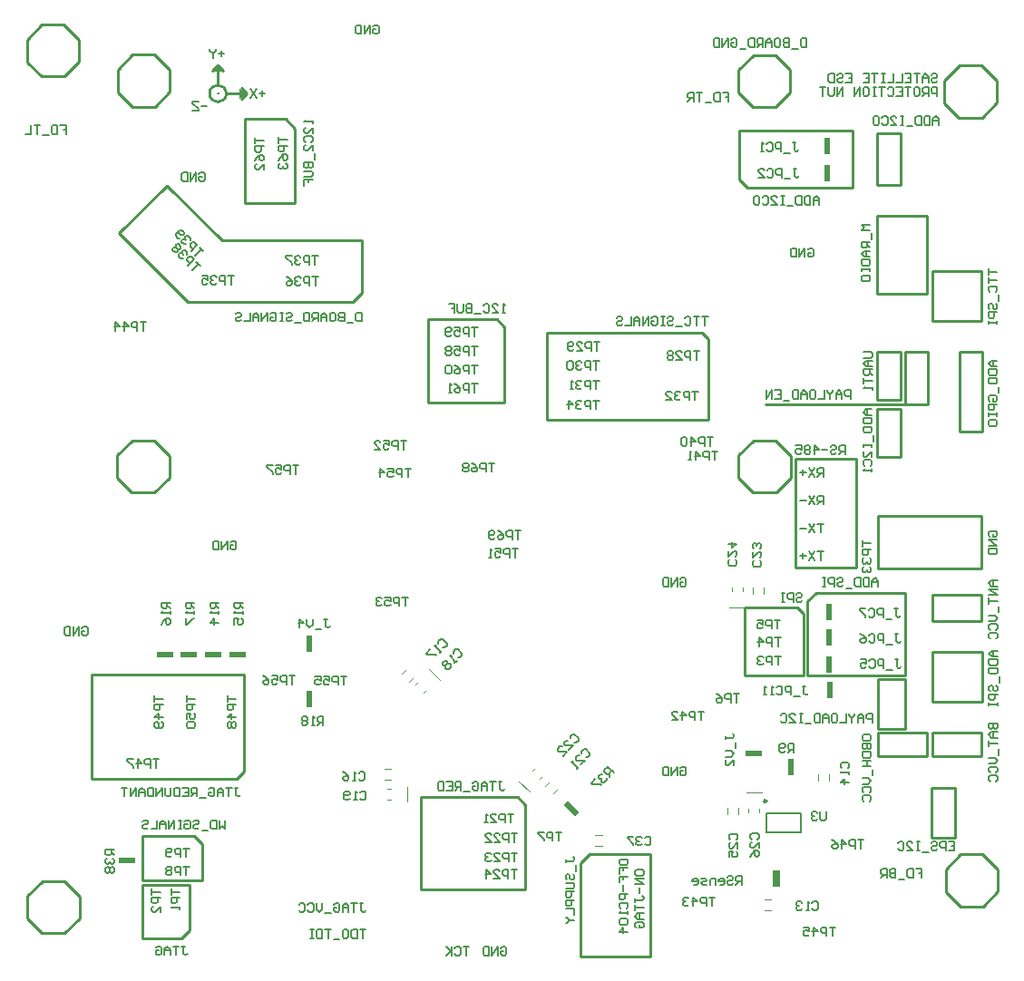
<source format=gbo>
G04*
G04 #@! TF.GenerationSoftware,Altium Limited,Altium Designer,18.1.7 (191)*
G04*
G04 Layer_Color=32896*
%FSLAX44Y44*%
%MOMM*%
G71*
G01*
G75*
%ADD10C,0.2540*%
%ADD12C,0.2500*%
%ADD15C,0.2000*%
%ADD18C,0.1000*%
%ADD19C,0.1778*%
%ADD21R,0.5080X1.5240*%
%ADD22R,1.5240X0.5080*%
G04:AMPARAMS|DCode=113|XSize=0.508mm|YSize=1.524mm|CornerRadius=0mm|HoleSize=0mm|Usage=FLASHONLY|Rotation=225.000|XOffset=0mm|YOffset=0mm|HoleType=Round|Shape=Rectangle|*
%AMROTATEDRECTD113*
4,1,4,-0.3592,0.7184,0.7184,-0.3592,0.3592,-0.7184,-0.7184,0.3592,-0.3592,0.7184,0.0*
%
%ADD113ROTATEDRECTD113*%

%ADD114R,0.6350X1.5240*%
G36*
X869827Y1632923D02*
X874827Y1627923D01*
X869827Y1622923D01*
Y1632923D01*
D02*
G37*
G36*
X844577Y1648173D02*
X849577Y1653173D01*
X854577Y1648173D01*
X844577D01*
D02*
G37*
D10*
X849931Y1627923D02*
G03*
X849931Y1627923I-354J0D01*
G01*
X857427D02*
G03*
X857427Y1627923I-7850J0D01*
G01*
X1512500Y1337750D02*
Y1359000D01*
X1491250Y1337750D02*
X1512500D01*
X1361000D02*
X1491250D01*
Y1386500D01*
X1465000Y1341500D02*
X1486750D01*
Y1386750D01*
X1465000Y1333750D02*
X1486750D01*
X1465000Y1288950D02*
X1486750D01*
X1465000D02*
Y1333750D01*
X1486750Y1288950D02*
Y1333750D01*
X1389000Y1286500D02*
X1445200D01*
Y1185250D02*
Y1286500D01*
X1389000Y1185250D02*
X1445200D01*
X1389000D02*
Y1286500D01*
X921750Y1525750D02*
Y1595250D01*
X912750Y1604250D02*
X921750Y1595250D01*
X874750Y1604250D02*
X912750D01*
X857427Y1627923D02*
X876077D01*
X871077Y1632923D02*
X876077Y1627923D01*
X871077Y1622923D02*
X876077Y1627923D01*
X849577Y1635773D02*
Y1654423D01*
X844577Y1649423D02*
X849577Y1654423D01*
X854577Y1649423D01*
X1336250Y1547500D02*
Y1593750D01*
Y1547500D02*
X1343750Y1540000D01*
X1442250D01*
X1349000Y1615500D02*
X1359500D01*
X1349500Y1664000D02*
X1360000D01*
X1335500Y1629000D02*
Y1640000D01*
Y1650000D01*
X1359500Y1615500D02*
X1370250D01*
X1360000Y1664000D02*
X1369750D01*
X1335500Y1629000D02*
X1349000Y1615500D01*
X1335500Y1650000D02*
X1349500Y1664000D01*
X1370250Y1615500D02*
X1384000Y1629250D01*
Y1639500D01*
X1369750Y1664000D02*
X1384000Y1649750D01*
Y1639500D02*
Y1649750D01*
X1541448Y1605418D02*
X1551948D01*
X1541948Y1653918D02*
X1552448D01*
X1527948Y1618918D02*
Y1629918D01*
Y1639918D01*
X1551948Y1605418D02*
X1562698D01*
X1552448Y1653918D02*
X1562198D01*
X1527948Y1618918D02*
X1541448Y1605418D01*
X1527948Y1639918D02*
X1541948Y1653918D01*
X1562698Y1605418D02*
X1576448Y1619168D01*
Y1629418D01*
X1562198Y1653918D02*
X1576448Y1639668D01*
Y1629418D02*
Y1639668D01*
X685250Y844000D02*
X695750D01*
X685750Y892500D02*
X696250D01*
X671750Y857500D02*
Y868500D01*
Y878500D01*
X695750Y844000D02*
X706500D01*
X696250Y892500D02*
X706000D01*
X671750Y857500D02*
X685250Y844000D01*
X671750Y878500D02*
X685750Y892500D01*
X706500Y844000D02*
X720250Y857750D01*
Y868000D01*
X706000Y892500D02*
X720250Y878250D01*
Y868000D02*
Y878250D01*
X1542500Y869000D02*
X1553000D01*
X1543000Y917500D02*
X1553500D01*
X1529000Y882500D02*
Y893500D01*
Y903500D01*
X1553000Y869000D02*
X1563750D01*
X1553500Y917500D02*
X1563250D01*
X1529000Y882500D02*
X1542500Y869000D01*
X1529000Y903500D02*
X1543000Y917500D01*
X1563750Y869000D02*
X1577500Y882750D01*
Y893000D01*
X1563250Y917500D02*
X1577500Y903250D01*
Y893000D02*
Y903250D01*
X1349250Y1255500D02*
X1359750D01*
X1349750Y1304000D02*
X1360250D01*
X1335750Y1269000D02*
Y1280000D01*
Y1290000D01*
X1359750Y1255500D02*
X1370500D01*
X1360250Y1304000D02*
X1370000D01*
X1335750Y1269000D02*
X1349250Y1255500D01*
X1335750Y1290000D02*
X1349750Y1304000D01*
X1370500Y1255500D02*
X1384250Y1269250D01*
Y1279500D01*
X1370000Y1304000D02*
X1384250Y1289750D01*
Y1279500D02*
Y1289750D01*
X769250Y1255500D02*
X779750D01*
X769750Y1304000D02*
X780250D01*
X755750Y1269000D02*
Y1280000D01*
Y1290000D01*
X779750Y1255500D02*
X790500D01*
X780250Y1304000D02*
X790000D01*
X755750Y1269000D02*
X769250Y1255500D01*
X755750Y1290000D02*
X769750Y1304000D01*
X790500Y1255500D02*
X804250Y1269250D01*
Y1279500D01*
X790000Y1304000D02*
X804250Y1289750D01*
Y1279500D02*
Y1289750D01*
X685000Y1643750D02*
X695500D01*
X685500Y1692250D02*
X696000D01*
X671500Y1657250D02*
Y1668250D01*
Y1678250D01*
X695500Y1643750D02*
X706250D01*
X696000Y1692250D02*
X705750D01*
X671500Y1657250D02*
X685000Y1643750D01*
X671500Y1678250D02*
X685500Y1692250D01*
X706250Y1643750D02*
X720000Y1657500D01*
Y1667750D01*
X705750Y1692250D02*
X720000Y1678000D01*
Y1667750D02*
Y1678000D01*
X769500Y1615750D02*
X780000D01*
X770000Y1664250D02*
X780500D01*
X756000Y1629250D02*
Y1640250D01*
Y1650250D01*
X780000Y1615750D02*
X790750D01*
X780500Y1664250D02*
X790250D01*
X756000Y1629250D02*
X769500Y1615750D01*
X756000Y1650250D02*
X770000Y1664250D01*
X790750Y1615750D02*
X804500Y1629500D01*
Y1639750D01*
X790250Y1664250D02*
X804500Y1650000D01*
Y1639750D02*
Y1650000D01*
X1465000Y1386750D02*
X1486750D01*
X1465000Y1341500D02*
Y1386750D01*
X1336250Y1593750D02*
X1442250D01*
X1465250Y1542500D02*
X1487000D01*
X1465250D02*
Y1591140D01*
X1487000D01*
Y1542500D02*
Y1591140D01*
X1563500Y1312500D02*
Y1386500D01*
X1541750D02*
X1563500D01*
X1541750Y1312500D02*
Y1386500D01*
Y1312500D02*
X1563500D01*
X1516750Y1060000D02*
X1562750D01*
Y1106750D01*
X1516750D02*
X1562750D01*
X1516750Y1060000D02*
Y1106750D01*
X1396000Y1084750D02*
Y1142250D01*
X1390000Y1148250D02*
X1396000Y1142250D01*
X1341500Y1148250D02*
X1390000D01*
X1466000Y1034750D02*
Y1039500D01*
X1341500Y1084750D02*
X1396000D01*
X1491000Y1034750D02*
Y1080750D01*
X1466000D02*
X1491000D01*
X1466000Y1039500D02*
Y1080750D01*
Y1034750D02*
X1491000D01*
X1537750Y933250D02*
Y979750D01*
X1516000D02*
X1537750D01*
X1516000Y933250D02*
Y979750D01*
Y933250D02*
X1537750D01*
X1465250Y1441250D02*
X1511250D01*
Y1513500D01*
X1465250D02*
X1511250D01*
X1465250Y1441250D02*
Y1513500D01*
X1516500Y1415750D02*
Y1462500D01*
X1562500D01*
Y1415750D02*
Y1462500D01*
X1516500Y1415750D02*
X1562500D01*
X1491250Y1386500D02*
X1512500D01*
Y1359000D02*
Y1386500D01*
X1516500Y1135500D02*
Y1160000D01*
X1562500D01*
Y1135500D02*
Y1160000D01*
X1516500Y1135500D02*
X1562500D01*
Y1184250D02*
Y1233750D01*
X1466000Y1184250D02*
X1562500D01*
X1466000D02*
Y1233750D01*
X1562500D01*
X1516500Y1009250D02*
X1562500D01*
Y1030750D01*
X1516500D02*
X1562500D01*
X1516500Y1009250D02*
Y1030750D01*
X1466000Y1009250D02*
Y1030750D01*
X1511750D01*
Y1009250D02*
Y1030750D01*
X1466000Y1009250D02*
X1511750D01*
X1196500Y918000D02*
X1253500D01*
X1188000Y909500D02*
X1196500Y918000D01*
X1188000Y822250D02*
Y909500D01*
Y822250D02*
X1253500D01*
Y918000D01*
X1408250Y1161750D02*
X1491250D01*
X1400000Y1153500D02*
X1408250Y1161750D01*
X1400000Y1084750D02*
Y1153500D01*
Y1084750D02*
X1491250D01*
Y1161750D01*
X1442250Y1540000D02*
Y1593750D01*
X1341500Y1084750D02*
Y1148250D01*
X823250Y846750D02*
Y889250D01*
X815500Y839000D02*
X823250Y846750D01*
X779000Y839000D02*
X815500D01*
X873750Y994750D02*
Y1085500D01*
X866750Y987750D02*
X873750Y994750D01*
X732000Y987750D02*
X866750D01*
X984000Y1441750D02*
Y1490500D01*
X975197Y1432947D02*
X984000Y1441750D01*
X821803Y1432947D02*
X975197D01*
X757500Y1497250D02*
X821803Y1432947D01*
X757500Y1497250D02*
X802125Y1541875D01*
X853500Y1490500D01*
X984000D01*
X1039250Y970750D02*
X1129750D01*
X1136750Y963750D01*
Y885000D02*
Y963750D01*
X1039250Y885000D02*
X1136750D01*
X1039250D02*
Y970750D01*
X779000Y935000D02*
X827250D01*
X835250Y927000D01*
Y893250D02*
Y927000D01*
X779000Y893250D02*
X835250D01*
X779000D02*
Y935000D01*
Y839000D02*
Y889250D01*
X823250D01*
X732000Y1085500D02*
X873750D01*
X732000Y987750D02*
Y1085500D01*
X874750Y1525750D02*
Y1604250D01*
Y1525750D02*
X921750D01*
X1117230Y1339750D02*
Y1410020D01*
X1109750Y1417500D02*
X1117230Y1410020D01*
X1045500Y1417500D02*
X1109750D01*
X1307500Y1323500D02*
Y1398250D01*
X1301250Y1404500D02*
X1307500Y1398250D01*
X1157000Y1404500D02*
X1301250D01*
X1045500Y1339750D02*
Y1417500D01*
Y1339750D02*
X1117230D01*
X1157000Y1323500D02*
Y1404500D01*
Y1323500D02*
X1307500D01*
D12*
X1361750Y967250D02*
G03*
X1361750Y967250I-1250J0D01*
G01*
D15*
X1394000Y938250D02*
Y955750D01*
X1362000Y938250D02*
Y955750D01*
Y938250D02*
X1394000D01*
X1362000Y955750D02*
X1394000D01*
D18*
X1202000Y925500D02*
X1208000D01*
X1202000Y935500D02*
X1208000D01*
X1005500Y997000D02*
X1011500D01*
X1005500Y987000D02*
X1011500D01*
X1021274Y1085966D02*
X1025517Y1090208D01*
X1028345Y1078895D02*
X1032588Y1083137D01*
X1041548Y1068477D02*
X1044023Y1070952D01*
X1046675Y1090221D02*
X1056397Y1080498D01*
X1034300Y1075725D02*
X1036775Y1078200D01*
X1007500Y978750D02*
X1011000D01*
X1026500Y966500D02*
Y980250D01*
X1007500Y968500D02*
X1011000D01*
X1329250Y1163250D02*
Y1166750D01*
X1327250Y1147750D02*
X1341000D01*
X1339500Y1163250D02*
Y1166750D01*
X1359250Y1161000D02*
Y1167000D01*
X1349250Y1161000D02*
Y1167000D01*
X1325000Y955000D02*
Y961000D01*
X1335000Y955000D02*
Y961000D01*
X1143035Y995298D02*
X1145509Y997773D01*
X1130660Y985752D02*
X1140383Y976030D01*
X1150283Y988050D02*
X1152757Y990525D01*
X1162222Y974343D02*
X1166464Y978586D01*
X1155151Y981414D02*
X1159393Y985657D01*
X1344750Y956250D02*
Y959750D01*
X1343250Y975250D02*
X1357000D01*
X1355000Y956250D02*
Y959750D01*
X1360000Y875000D02*
X1366000D01*
X1360000Y865000D02*
X1366000D01*
X1410000Y986000D02*
Y992000D01*
X1420000Y986000D02*
Y992000D01*
D19*
X1435000Y1291000D02*
Y1299125D01*
X1430937D01*
X1429583Y1297771D01*
Y1295063D01*
X1430937Y1293708D01*
X1435000D01*
X1432292D02*
X1429583Y1291000D01*
X1421458Y1297771D02*
X1422812Y1299125D01*
X1425520D01*
X1426875Y1297771D01*
Y1296417D01*
X1425520Y1295063D01*
X1422812D01*
X1421458Y1293708D01*
Y1292354D01*
X1422812Y1291000D01*
X1425520D01*
X1426875Y1292354D01*
X1418749Y1295063D02*
X1413332D01*
X1406561Y1291000D02*
Y1299125D01*
X1410624Y1295063D01*
X1405207D01*
X1402498Y1297771D02*
X1401144Y1299125D01*
X1398436D01*
X1397082Y1297771D01*
Y1296417D01*
X1398436Y1295063D01*
X1397082Y1293708D01*
Y1292354D01*
X1398436Y1291000D01*
X1401144D01*
X1402498Y1292354D01*
Y1293708D01*
X1401144Y1295063D01*
X1402498Y1296417D01*
Y1297771D01*
X1401144Y1295063D02*
X1398436D01*
X1388956Y1299125D02*
X1394373D01*
Y1295063D01*
X1391665Y1296417D01*
X1390310D01*
X1388956Y1295063D01*
Y1292354D01*
X1390310Y1291000D01*
X1393019D01*
X1394373Y1292354D01*
X1577000Y1378500D02*
X1571583D01*
X1568875Y1375792D01*
X1571583Y1373083D01*
X1577000D01*
X1572937D01*
Y1378500D01*
X1568875Y1370375D02*
X1577000D01*
Y1366312D01*
X1575646Y1364958D01*
X1570229D01*
X1568875Y1366312D01*
Y1370375D01*
Y1362249D02*
X1577000D01*
Y1358187D01*
X1575646Y1356832D01*
X1570229D01*
X1568875Y1358187D01*
Y1362249D01*
X1578354Y1354124D02*
Y1348707D01*
X1570229Y1340582D02*
X1568875Y1341936D01*
Y1344644D01*
X1570229Y1345999D01*
X1575646D01*
X1577000Y1344644D01*
Y1341936D01*
X1575646Y1340582D01*
X1572937D01*
Y1343290D01*
X1577000Y1337873D02*
X1568875D01*
Y1333810D01*
X1570229Y1332456D01*
X1572937D01*
X1574292Y1333810D01*
Y1337873D01*
X1568875Y1329748D02*
Y1327039D01*
Y1328394D01*
X1577000D01*
Y1329748D01*
Y1327039D01*
X1568875Y1318914D02*
Y1321622D01*
X1570229Y1322977D01*
X1575646D01*
X1577000Y1321622D01*
Y1318914D01*
X1575646Y1317560D01*
X1570229D01*
X1568875Y1318914D01*
X1414706Y1200465D02*
X1409289D01*
X1411997D01*
Y1192340D01*
X1406580Y1200465D02*
X1401163Y1192340D01*
Y1200465D02*
X1406580Y1192340D01*
X1398455Y1196402D02*
X1393038D01*
X1395747Y1199111D02*
Y1193694D01*
X1414706Y1226125D02*
X1409289D01*
X1411997D01*
Y1218000D01*
X1406580Y1226125D02*
X1401163Y1218000D01*
Y1226125D02*
X1406580Y1218000D01*
X1398455Y1222063D02*
X1393038D01*
X1414706Y1244250D02*
Y1252375D01*
X1410643D01*
X1409289Y1251021D01*
Y1248313D01*
X1410643Y1246958D01*
X1414706D01*
X1411997D02*
X1409289Y1244250D01*
X1406580Y1252375D02*
X1401163Y1244250D01*
Y1252375D02*
X1406580Y1244250D01*
X1398455Y1248313D02*
X1393038D01*
X702333Y1598375D02*
X707750D01*
Y1594313D01*
X705042D01*
X707750D01*
Y1590250D01*
X699625Y1598375D02*
Y1590250D01*
X695562D01*
X694208Y1591604D01*
Y1597021D01*
X695562Y1598375D01*
X699625D01*
X691499Y1588896D02*
X686082D01*
X683374Y1598375D02*
X677957D01*
X680665D01*
Y1590250D01*
X675248Y1598375D02*
Y1590250D01*
X669832D01*
X1320833Y1628875D02*
X1326250D01*
Y1624813D01*
X1323542D01*
X1326250D01*
Y1620750D01*
X1318125Y1628875D02*
Y1620750D01*
X1314062D01*
X1312708Y1622104D01*
Y1627521D01*
X1314062Y1628875D01*
X1318125D01*
X1309999Y1619396D02*
X1304582D01*
X1301874Y1628875D02*
X1296457D01*
X1299165D01*
Y1620750D01*
X1293748D02*
Y1628875D01*
X1289686D01*
X1288332Y1627521D01*
Y1624813D01*
X1289686Y1623458D01*
X1293748D01*
X1291040D02*
X1288332Y1620750D01*
X1501083Y903875D02*
X1506500D01*
Y899813D01*
X1503792D01*
X1506500D01*
Y895750D01*
X1498375Y903875D02*
Y895750D01*
X1494312D01*
X1492958Y897104D01*
Y902521D01*
X1494312Y903875D01*
X1498375D01*
X1490249Y894396D02*
X1484832D01*
X1482124Y903875D02*
Y895750D01*
X1478061D01*
X1476707Y897104D01*
Y898458D01*
X1478061Y899813D01*
X1482124D01*
X1478061D01*
X1476707Y901167D01*
Y902521D01*
X1478061Y903875D01*
X1482124D01*
X1473999Y895750D02*
Y903875D01*
X1469936D01*
X1468582Y902521D01*
Y899813D01*
X1469936Y898458D01*
X1473999D01*
X1471290D02*
X1468582Y895750D01*
X861289Y1208771D02*
X862643Y1210125D01*
X865352D01*
X866706Y1208771D01*
Y1203354D01*
X865352Y1202000D01*
X862643D01*
X861289Y1203354D01*
Y1206063D01*
X863997D01*
X858580Y1202000D02*
Y1210125D01*
X853164Y1202000D01*
Y1210125D01*
X850455D02*
Y1202000D01*
X846392D01*
X845038Y1203354D01*
Y1208771D01*
X846392Y1210125D01*
X850455D01*
X722539Y1128521D02*
X723893Y1129875D01*
X726602D01*
X727956Y1128521D01*
Y1123104D01*
X726602Y1121750D01*
X723893D01*
X722539Y1123104D01*
Y1125813D01*
X725247D01*
X719830Y1121750D02*
Y1129875D01*
X714414Y1121750D01*
Y1129875D01*
X711705D02*
Y1121750D01*
X707642D01*
X706288Y1123104D01*
Y1128521D01*
X707642Y1129875D01*
X711705D01*
X1281077Y998021D02*
X1282431Y999375D01*
X1285140D01*
X1286494Y998021D01*
Y992604D01*
X1285140Y991250D01*
X1282431D01*
X1281077Y992604D01*
Y995313D01*
X1283786D01*
X1278369Y991250D02*
Y999375D01*
X1272952Y991250D01*
Y999375D01*
X1270243D02*
Y991250D01*
X1266181D01*
X1264827Y992604D01*
Y998021D01*
X1266181Y999375D01*
X1270243D01*
X1281077Y1174521D02*
X1282431Y1175875D01*
X1285140D01*
X1286494Y1174521D01*
Y1169104D01*
X1285140Y1167750D01*
X1282431D01*
X1281077Y1169104D01*
Y1171813D01*
X1283786D01*
X1278369Y1167750D02*
Y1175875D01*
X1272952Y1167750D01*
Y1175875D01*
X1270243D02*
Y1167750D01*
X1266181D01*
X1264827Y1169104D01*
Y1174521D01*
X1266181Y1175875D01*
X1270243D01*
X1400289Y1482021D02*
X1401643Y1483375D01*
X1404352D01*
X1405706Y1482021D01*
Y1476604D01*
X1404352Y1475250D01*
X1401643D01*
X1400289Y1476604D01*
Y1479313D01*
X1402997D01*
X1397580Y1475250D02*
Y1483375D01*
X1392164Y1475250D01*
Y1483375D01*
X1389455D02*
Y1475250D01*
X1385392D01*
X1384038Y1476604D01*
Y1482021D01*
X1385392Y1483375D01*
X1389455D01*
X831970Y1553021D02*
X833325Y1554375D01*
X836033D01*
X837387Y1553021D01*
Y1547604D01*
X836033Y1546250D01*
X833325D01*
X831970Y1547604D01*
Y1550313D01*
X834679D01*
X829262Y1546250D02*
Y1554375D01*
X823845Y1546250D01*
Y1554375D01*
X821136D02*
Y1546250D01*
X817074D01*
X815720Y1547604D01*
Y1553021D01*
X817074Y1554375D01*
X821136D01*
X994333Y1690521D02*
X995687Y1691875D01*
X998396D01*
X999750Y1690521D01*
Y1685104D01*
X998396Y1683750D01*
X995687D01*
X994333Y1685104D01*
Y1687813D01*
X997041D01*
X991625Y1683750D02*
Y1691875D01*
X986208Y1683750D01*
Y1691875D01*
X983499D02*
Y1683750D01*
X979436D01*
X978082Y1685104D01*
Y1690521D01*
X979436Y1691875D01*
X983499D01*
X893577Y1627985D02*
X888160D01*
X890869Y1630694D02*
Y1625277D01*
X885452Y1632048D02*
X880035Y1623923D01*
Y1632048D02*
X885452Y1623923D01*
X855577Y1665485D02*
X850160D01*
X852869Y1668194D02*
Y1662777D01*
X847452Y1669548D02*
Y1668194D01*
X844743Y1665485D01*
X842035Y1668194D01*
Y1669548D01*
X844743Y1665485D02*
Y1661423D01*
X839577Y1616236D02*
X834160D01*
X831452Y1620298D02*
X826035D01*
Y1618944D01*
X831452Y1613527D01*
Y1612173D01*
X826035D01*
X1399000Y1679375D02*
Y1671250D01*
X1394937D01*
X1393583Y1672604D01*
Y1678021D01*
X1394937Y1679375D01*
X1399000D01*
X1390875Y1669896D02*
X1385458D01*
X1382749Y1679375D02*
Y1671250D01*
X1378687D01*
X1377332Y1672604D01*
Y1673958D01*
X1378687Y1675313D01*
X1382749D01*
X1378687D01*
X1377332Y1676667D01*
Y1678021D01*
X1378687Y1679375D01*
X1382749D01*
X1370561D02*
X1373270D01*
X1374624Y1678021D01*
Y1672604D01*
X1373270Y1671250D01*
X1370561D01*
X1369207Y1672604D01*
Y1678021D01*
X1370561Y1679375D01*
X1366499Y1671250D02*
Y1676667D01*
X1363790Y1679375D01*
X1361082Y1676667D01*
Y1671250D01*
Y1675313D01*
X1366499D01*
X1358373Y1671250D02*
Y1679375D01*
X1354310D01*
X1352956Y1678021D01*
Y1675313D01*
X1354310Y1673958D01*
X1358373D01*
X1355665D02*
X1352956Y1671250D01*
X1350248Y1679375D02*
Y1671250D01*
X1346185D01*
X1344831Y1672604D01*
Y1678021D01*
X1346185Y1679375D01*
X1350248D01*
X1342122Y1669896D02*
X1336705D01*
X1328580Y1678021D02*
X1329934Y1679375D01*
X1332643D01*
X1333997Y1678021D01*
Y1672604D01*
X1332643Y1671250D01*
X1329934D01*
X1328580Y1672604D01*
Y1675313D01*
X1331288D01*
X1325871Y1671250D02*
Y1679375D01*
X1320455Y1671250D01*
Y1679375D01*
X1317746D02*
Y1671250D01*
X1313683D01*
X1312329Y1672604D01*
Y1678021D01*
X1313683Y1679375D01*
X1317746D01*
X1521000Y1625500D02*
Y1633625D01*
X1516937D01*
X1515583Y1632271D01*
Y1629563D01*
X1516937Y1628208D01*
X1521000D01*
X1512875Y1625500D02*
Y1633625D01*
X1508812D01*
X1507458Y1632271D01*
Y1629563D01*
X1508812Y1628208D01*
X1512875D01*
X1510166D02*
X1507458Y1625500D01*
X1500687Y1633625D02*
X1503395D01*
X1504749Y1632271D01*
Y1626854D01*
X1503395Y1625500D01*
X1500687D01*
X1499332Y1626854D01*
Y1632271D01*
X1500687Y1633625D01*
X1496624D02*
X1491207D01*
X1493915D01*
Y1625500D01*
X1483082Y1633625D02*
X1488499D01*
Y1625500D01*
X1483082D01*
X1488499Y1629563D02*
X1485790D01*
X1474956Y1632271D02*
X1476310Y1633625D01*
X1479019D01*
X1480373Y1632271D01*
Y1626854D01*
X1479019Y1625500D01*
X1476310D01*
X1474956Y1626854D01*
X1472248Y1633625D02*
X1466831D01*
X1469539D01*
Y1625500D01*
X1464122Y1633625D02*
X1461414D01*
X1462768D01*
Y1625500D01*
X1464122D01*
X1461414D01*
X1453289Y1633625D02*
X1455997D01*
X1457351Y1632271D01*
Y1626854D01*
X1455997Y1625500D01*
X1453289D01*
X1451934Y1626854D01*
Y1632271D01*
X1453289Y1633625D01*
X1449226Y1625500D02*
Y1633625D01*
X1443809Y1625500D01*
Y1633625D01*
X1432975Y1625500D02*
Y1633625D01*
X1427558Y1625500D01*
Y1633625D01*
X1424850D02*
Y1626854D01*
X1423495Y1625500D01*
X1420787D01*
X1419433Y1626854D01*
Y1633625D01*
X1416724D02*
X1411307D01*
X1414016D01*
Y1625500D01*
X1515583Y1645021D02*
X1516937Y1646375D01*
X1519646D01*
X1521000Y1645021D01*
Y1643667D01*
X1519646Y1642313D01*
X1516937D01*
X1515583Y1640958D01*
Y1639604D01*
X1516937Y1638250D01*
X1519646D01*
X1521000Y1639604D01*
X1512875Y1638250D02*
Y1643667D01*
X1510166Y1646375D01*
X1507458Y1643667D01*
Y1638250D01*
Y1642313D01*
X1512875D01*
X1504749Y1646375D02*
X1499332D01*
X1502041D01*
Y1638250D01*
X1491207Y1646375D02*
X1496624D01*
Y1638250D01*
X1491207D01*
X1496624Y1642313D02*
X1493915D01*
X1488499Y1646375D02*
Y1638250D01*
X1483082D01*
X1480373Y1646375D02*
Y1638250D01*
X1474956D01*
X1472248Y1646375D02*
X1469539D01*
X1470894D01*
Y1638250D01*
X1472248D01*
X1469539D01*
X1465477Y1646375D02*
X1460060D01*
X1462768D01*
Y1638250D01*
X1451934Y1646375D02*
X1457351D01*
Y1638250D01*
X1451934D01*
X1457351Y1642313D02*
X1454643D01*
X1435683Y1646375D02*
X1441100D01*
Y1638250D01*
X1435683D01*
X1441100Y1642313D02*
X1438392D01*
X1427558Y1645021D02*
X1428912Y1646375D01*
X1431621D01*
X1432975Y1645021D01*
Y1643667D01*
X1431621Y1642313D01*
X1428912D01*
X1427558Y1640958D01*
Y1639604D01*
X1428912Y1638250D01*
X1431621D01*
X1432975Y1639604D01*
X1424850Y1646375D02*
Y1638250D01*
X1420787D01*
X1419433Y1639604D01*
Y1645021D01*
X1420787Y1646375D01*
X1424850D01*
X1452375Y1386500D02*
X1459146D01*
X1460500Y1385146D01*
Y1382437D01*
X1459146Y1381083D01*
X1452375D01*
X1460500Y1378375D02*
X1455083D01*
X1452375Y1375666D01*
X1455083Y1372958D01*
X1460500D01*
X1456437D01*
Y1378375D01*
X1460500Y1370249D02*
X1452375D01*
Y1366187D01*
X1453729Y1364832D01*
X1456437D01*
X1457791Y1366187D01*
Y1370249D01*
Y1367541D02*
X1460500Y1364832D01*
X1452375Y1362124D02*
Y1356707D01*
Y1359415D01*
X1460500D01*
Y1353999D02*
Y1351290D01*
Y1352644D01*
X1452375D01*
X1453729Y1353999D01*
X1522250Y1598750D02*
Y1604167D01*
X1519541Y1606875D01*
X1516833Y1604167D01*
Y1598750D01*
Y1602813D01*
X1522250D01*
X1514125Y1606875D02*
Y1598750D01*
X1510062D01*
X1508708Y1600104D01*
Y1605521D01*
X1510062Y1606875D01*
X1514125D01*
X1505999D02*
Y1598750D01*
X1501936D01*
X1500582Y1600104D01*
Y1605521D01*
X1501936Y1606875D01*
X1505999D01*
X1497874Y1597396D02*
X1492457D01*
X1489749Y1606875D02*
X1487040D01*
X1488394D01*
Y1598750D01*
X1489749D01*
X1487040D01*
X1477560D02*
X1482977D01*
X1477560Y1604167D01*
Y1605521D01*
X1478915Y1606875D01*
X1481623D01*
X1482977Y1605521D01*
X1469435D02*
X1470789Y1606875D01*
X1473498D01*
X1474852Y1605521D01*
Y1600104D01*
X1473498Y1598750D01*
X1470789D01*
X1469435Y1600104D01*
X1466727Y1605521D02*
X1465372Y1606875D01*
X1462664D01*
X1461310Y1605521D01*
Y1600104D01*
X1462664Y1598750D01*
X1465372D01*
X1466727Y1600104D01*
Y1605521D01*
X1460000Y1333000D02*
X1454583D01*
X1451875Y1330291D01*
X1454583Y1327583D01*
X1460000D01*
X1455937D01*
Y1333000D01*
X1451875Y1324875D02*
X1460000D01*
Y1320812D01*
X1458646Y1319458D01*
X1453229D01*
X1451875Y1320812D01*
Y1324875D01*
Y1316749D02*
X1460000D01*
Y1312687D01*
X1458646Y1311332D01*
X1453229D01*
X1451875Y1312687D01*
Y1316749D01*
X1461354Y1308624D02*
Y1303207D01*
X1451875Y1300499D02*
Y1297790D01*
Y1299144D01*
X1460000D01*
Y1300499D01*
Y1297790D01*
Y1288310D02*
Y1293727D01*
X1454583Y1288310D01*
X1453229D01*
X1451875Y1289665D01*
Y1292373D01*
X1453229Y1293727D01*
Y1280185D02*
X1451875Y1281539D01*
Y1284248D01*
X1453229Y1285602D01*
X1458646D01*
X1460000Y1284248D01*
Y1281539D01*
X1458646Y1280185D01*
X1460000Y1277477D02*
Y1274768D01*
Y1276122D01*
X1451875D01*
X1453229Y1277477D01*
X1577500Y1107750D02*
X1572083D01*
X1569375Y1105042D01*
X1572083Y1102333D01*
X1577500D01*
X1573437D01*
Y1107750D01*
X1569375Y1099625D02*
X1577500D01*
Y1095562D01*
X1576146Y1094208D01*
X1570729D01*
X1569375Y1095562D01*
Y1099625D01*
Y1091499D02*
X1577500D01*
Y1087437D01*
X1576146Y1086082D01*
X1570729D01*
X1569375Y1087437D01*
Y1091499D01*
X1578854Y1083374D02*
Y1077957D01*
X1570729Y1069832D02*
X1569375Y1071186D01*
Y1073894D01*
X1570729Y1075248D01*
X1572083D01*
X1573437Y1073894D01*
Y1071186D01*
X1574792Y1069832D01*
X1576146D01*
X1577500Y1071186D01*
Y1073894D01*
X1576146Y1075248D01*
X1577500Y1067123D02*
X1569375D01*
Y1063060D01*
X1570729Y1061706D01*
X1573437D01*
X1574792Y1063060D01*
Y1067123D01*
X1569375Y1058998D02*
Y1056289D01*
Y1057644D01*
X1577500D01*
Y1058998D01*
Y1056289D01*
X1460250Y1040750D02*
Y1048875D01*
X1456187D01*
X1454833Y1047521D01*
Y1044813D01*
X1456187Y1043458D01*
X1460250D01*
X1452125Y1040750D02*
Y1046167D01*
X1449416Y1048875D01*
X1446708Y1046167D01*
Y1040750D01*
Y1044813D01*
X1452125D01*
X1443999Y1048875D02*
Y1047521D01*
X1441291Y1044813D01*
X1438582Y1047521D01*
Y1048875D01*
X1441291Y1044813D02*
Y1040750D01*
X1435874Y1048875D02*
Y1040750D01*
X1430457D01*
X1423686Y1048875D02*
X1426394D01*
X1427749Y1047521D01*
Y1042104D01*
X1426394Y1040750D01*
X1423686D01*
X1422332Y1042104D01*
Y1047521D01*
X1423686Y1048875D01*
X1419623Y1040750D02*
Y1046167D01*
X1416915Y1048875D01*
X1414206Y1046167D01*
Y1040750D01*
Y1044813D01*
X1419623D01*
X1411498Y1048875D02*
Y1040750D01*
X1407435D01*
X1406081Y1042104D01*
Y1047521D01*
X1407435Y1048875D01*
X1411498D01*
X1403372Y1039396D02*
X1397955D01*
X1395247Y1048875D02*
X1392538D01*
X1393893D01*
Y1040750D01*
X1395247D01*
X1392538D01*
X1383059D02*
X1388476D01*
X1383059Y1046167D01*
Y1047521D01*
X1384413Y1048875D01*
X1387122D01*
X1388476Y1047521D01*
X1374933D02*
X1376288Y1048875D01*
X1378996D01*
X1380350Y1047521D01*
Y1042104D01*
X1378996Y1040750D01*
X1376288D01*
X1374933Y1042104D01*
X1531833Y929125D02*
X1537250D01*
Y921000D01*
X1531833D01*
X1537250Y925063D02*
X1534542D01*
X1529125Y921000D02*
Y929125D01*
X1525062D01*
X1523708Y927771D01*
Y925063D01*
X1525062Y923708D01*
X1529125D01*
X1515582Y927771D02*
X1516937Y929125D01*
X1519645D01*
X1520999Y927771D01*
Y926417D01*
X1519645Y925063D01*
X1516937D01*
X1515582Y923708D01*
Y922354D01*
X1516937Y921000D01*
X1519645D01*
X1520999Y922354D01*
X1512874Y919646D02*
X1507457D01*
X1504749Y929125D02*
X1502040D01*
X1503394D01*
Y921000D01*
X1504749D01*
X1502040D01*
X1492560D02*
X1497977D01*
X1492560Y926417D01*
Y927771D01*
X1493915Y929125D01*
X1496623D01*
X1497977Y927771D01*
X1484435D02*
X1485789Y929125D01*
X1488498D01*
X1489852Y927771D01*
Y922354D01*
X1488498Y921000D01*
X1485789D01*
X1484435Y922354D01*
X1414706Y1270250D02*
Y1278375D01*
X1410643D01*
X1409289Y1277021D01*
Y1274313D01*
X1410643Y1272959D01*
X1414706D01*
X1411997D02*
X1409289Y1270250D01*
X1406580Y1278375D02*
X1401163Y1270250D01*
Y1278375D02*
X1406580Y1270250D01*
X1398455Y1274313D02*
X1393038D01*
X1395747Y1277021D02*
Y1271604D01*
X1458500Y1505500D02*
X1450375D01*
X1453083Y1502792D01*
X1450375Y1500083D01*
X1458500D01*
X1459854Y1497375D02*
Y1491958D01*
X1458500Y1489249D02*
X1450375D01*
Y1485187D01*
X1451729Y1483832D01*
X1454437D01*
X1455792Y1485187D01*
Y1489249D01*
Y1486541D02*
X1458500Y1483832D01*
Y1481124D02*
X1453083D01*
X1450375Y1478415D01*
X1453083Y1475707D01*
X1458500D01*
X1454437D01*
Y1481124D01*
X1450375Y1472999D02*
X1458500D01*
Y1468936D01*
X1457146Y1467582D01*
X1451729D01*
X1450375Y1468936D01*
Y1472999D01*
Y1464873D02*
Y1462165D01*
Y1463519D01*
X1458500D01*
Y1464873D01*
Y1462165D01*
X1450375Y1454039D02*
Y1456748D01*
X1451729Y1458102D01*
X1457146D01*
X1458500Y1456748D01*
Y1454039D01*
X1457146Y1452685D01*
X1451729D01*
X1450375Y1454039D01*
X1568875Y1464250D02*
Y1458833D01*
Y1461542D01*
X1577000D01*
X1568875Y1456125D02*
Y1450708D01*
Y1453416D01*
X1577000D01*
X1570229Y1442582D02*
X1568875Y1443937D01*
Y1446645D01*
X1570229Y1447999D01*
X1575646D01*
X1577000Y1446645D01*
Y1443937D01*
X1575646Y1442582D01*
X1578354Y1439874D02*
Y1434457D01*
X1570229Y1426332D02*
X1568875Y1427686D01*
Y1430394D01*
X1570229Y1431749D01*
X1571583D01*
X1572937Y1430394D01*
Y1427686D01*
X1574292Y1426332D01*
X1575646D01*
X1577000Y1427686D01*
Y1430394D01*
X1575646Y1431749D01*
X1577000Y1423623D02*
X1568875D01*
Y1419560D01*
X1570229Y1418206D01*
X1572937D01*
X1574292Y1419560D01*
Y1423623D01*
X1568875Y1415498D02*
Y1412789D01*
Y1414144D01*
X1577000D01*
Y1415498D01*
Y1412789D01*
X1440000Y1342750D02*
Y1350875D01*
X1435937D01*
X1434583Y1349521D01*
Y1346813D01*
X1435937Y1345458D01*
X1440000D01*
X1431875Y1342750D02*
Y1348167D01*
X1429166Y1350875D01*
X1426458Y1348167D01*
Y1342750D01*
Y1346813D01*
X1431875D01*
X1423749Y1350875D02*
Y1349521D01*
X1421041Y1346813D01*
X1418332Y1349521D01*
Y1350875D01*
X1421041Y1346813D02*
Y1342750D01*
X1415624Y1350875D02*
Y1342750D01*
X1410207D01*
X1403436Y1350875D02*
X1406144D01*
X1407498Y1349521D01*
Y1344104D01*
X1406144Y1342750D01*
X1403436D01*
X1402081Y1344104D01*
Y1349521D01*
X1403436Y1350875D01*
X1399373Y1342750D02*
Y1348167D01*
X1396665Y1350875D01*
X1393956Y1348167D01*
Y1342750D01*
Y1346813D01*
X1399373D01*
X1391248Y1350875D02*
Y1342750D01*
X1387185D01*
X1385831Y1344104D01*
Y1349521D01*
X1387185Y1350875D01*
X1391248D01*
X1383122Y1341396D02*
X1377705D01*
X1369580Y1350875D02*
X1374997D01*
Y1342750D01*
X1369580D01*
X1374997Y1346813D02*
X1372289D01*
X1366871Y1342750D02*
Y1350875D01*
X1361455Y1342750D01*
Y1350875D01*
X1577250Y1173250D02*
X1571833D01*
X1569125Y1170542D01*
X1571833Y1167833D01*
X1577250D01*
X1573187D01*
Y1173250D01*
X1577250Y1165125D02*
X1569125D01*
X1577250Y1159708D01*
X1569125D01*
Y1156999D02*
Y1151582D01*
Y1154291D01*
X1577250D01*
X1578604Y1148874D02*
Y1143457D01*
X1569125Y1140749D02*
X1574542D01*
X1577250Y1138040D01*
X1574542Y1135332D01*
X1569125D01*
X1570479Y1127206D02*
X1569125Y1128560D01*
Y1131269D01*
X1570479Y1132623D01*
X1575896D01*
X1577250Y1131269D01*
Y1128560D01*
X1575896Y1127206D01*
X1570479Y1119081D02*
X1569125Y1120435D01*
Y1123143D01*
X1570479Y1124498D01*
X1575896D01*
X1577250Y1123143D01*
Y1120435D01*
X1575896Y1119081D01*
X1570229Y1214083D02*
X1568875Y1215437D01*
Y1218146D01*
X1570229Y1219500D01*
X1575646D01*
X1577000Y1218146D01*
Y1215437D01*
X1575646Y1214083D01*
X1572937D01*
Y1216792D01*
X1577000Y1211375D02*
X1568875D01*
X1577000Y1205958D01*
X1568875D01*
Y1203249D02*
X1577000D01*
Y1199187D01*
X1575646Y1197832D01*
X1570229D01*
X1568875Y1199187D01*
Y1203249D01*
X1569125Y1040000D02*
X1577250D01*
Y1035937D01*
X1575896Y1034583D01*
X1574542D01*
X1573187Y1035937D01*
Y1040000D01*
Y1035937D01*
X1571833Y1034583D01*
X1570479D01*
X1569125Y1035937D01*
Y1040000D01*
X1577250Y1031875D02*
X1571833D01*
X1569125Y1029166D01*
X1571833Y1026458D01*
X1577250D01*
X1573187D01*
Y1031875D01*
X1569125Y1023749D02*
Y1018332D01*
Y1021041D01*
X1577250D01*
X1578604Y1015624D02*
Y1010207D01*
X1569125Y1007498D02*
X1574542D01*
X1577250Y1004790D01*
X1574542Y1002082D01*
X1569125D01*
X1570479Y993956D02*
X1569125Y995310D01*
Y998019D01*
X1570479Y999373D01*
X1575896D01*
X1577250Y998019D01*
Y995310D01*
X1575896Y993956D01*
X1570479Y985831D02*
X1569125Y987185D01*
Y989893D01*
X1570479Y991248D01*
X1575896D01*
X1577250Y989893D01*
Y987185D01*
X1575896Y985831D01*
X1451125Y1025187D02*
Y1027896D01*
X1452479Y1029250D01*
X1457896D01*
X1459250Y1027896D01*
Y1025187D01*
X1457896Y1023833D01*
X1452479D01*
X1451125Y1025187D01*
Y1021125D02*
X1459250D01*
Y1017062D01*
X1457896Y1015708D01*
X1456541D01*
X1455187Y1017062D01*
Y1021125D01*
Y1017062D01*
X1453833Y1015708D01*
X1452479D01*
X1451125Y1017062D01*
Y1021125D01*
Y1012999D02*
X1459250D01*
Y1008937D01*
X1457896Y1007582D01*
X1452479D01*
X1451125Y1008937D01*
Y1012999D01*
Y1004874D02*
X1459250D01*
X1455187D01*
Y999457D01*
X1451125D01*
X1459250D01*
X1460604Y996749D02*
Y991332D01*
X1451125Y988623D02*
X1456541D01*
X1459250Y985915D01*
X1456541Y983206D01*
X1451125D01*
X1452479Y975081D02*
X1451125Y976435D01*
Y979144D01*
X1452479Y980498D01*
X1457896D01*
X1459250Y979144D01*
Y976435D01*
X1457896Y975081D01*
X1452479Y966955D02*
X1451125Y968310D01*
Y971018D01*
X1452479Y972372D01*
X1457896D01*
X1459250Y971018D01*
Y968310D01*
X1457896Y966955D01*
X1238875Y898937D02*
Y901646D01*
X1240229Y903000D01*
X1245646D01*
X1247000Y901646D01*
Y898937D01*
X1245646Y897583D01*
X1240229D01*
X1238875Y898937D01*
X1247000Y894875D02*
X1238875D01*
X1247000Y889458D01*
X1238875D01*
X1242937Y886749D02*
Y881332D01*
X1238875Y873207D02*
Y875915D01*
Y874561D01*
X1245646D01*
X1247000Y875915D01*
Y877270D01*
X1245646Y878624D01*
X1238875Y870499D02*
Y865082D01*
Y867790D01*
X1247000D01*
Y862373D02*
X1241583D01*
X1238875Y859665D01*
X1241583Y856956D01*
X1247000D01*
X1242937D01*
Y862373D01*
X1240229Y848831D02*
X1238875Y850185D01*
Y852894D01*
X1240229Y854248D01*
X1245646D01*
X1247000Y852894D01*
Y850185D01*
X1245646Y848831D01*
X1242937D01*
Y851539D01*
X1224125Y908937D02*
Y911646D01*
X1225479Y913000D01*
X1230896D01*
X1232250Y911646D01*
Y908937D01*
X1230896Y907583D01*
X1225479D01*
X1224125Y908937D01*
Y899458D02*
Y904875D01*
X1228187D01*
Y902166D01*
Y904875D01*
X1232250D01*
X1224125Y891332D02*
Y896749D01*
X1228187D01*
Y894041D01*
Y896749D01*
X1232250D01*
X1228187Y888624D02*
Y883207D01*
X1232250Y880499D02*
X1224125D01*
Y876436D01*
X1225479Y875082D01*
X1228187D01*
X1229542Y876436D01*
Y880499D01*
X1225479Y866956D02*
X1224125Y868310D01*
Y871019D01*
X1225479Y872373D01*
X1230896D01*
X1232250Y871019D01*
Y868310D01*
X1230896Y866956D01*
X1232250Y864248D02*
Y861539D01*
Y862894D01*
X1224125D01*
X1225479Y864248D01*
Y857477D02*
X1224125Y856122D01*
Y853414D01*
X1225479Y852060D01*
X1230896D01*
X1232250Y853414D01*
Y856122D01*
X1230896Y857477D01*
X1225479D01*
X1232250Y845288D02*
X1224125D01*
X1228187Y849351D01*
Y843934D01*
X1174125Y909833D02*
Y912542D01*
Y911187D01*
X1180896D01*
X1182250Y912542D01*
Y913896D01*
X1180896Y915250D01*
X1183604Y907125D02*
Y901708D01*
X1175479Y893582D02*
X1174125Y894937D01*
Y897645D01*
X1175479Y898999D01*
X1176833D01*
X1178187Y897645D01*
Y894937D01*
X1179541Y893582D01*
X1180896D01*
X1182250Y894937D01*
Y897645D01*
X1180896Y898999D01*
X1174125Y890874D02*
X1180896D01*
X1182250Y889520D01*
Y886811D01*
X1180896Y885457D01*
X1174125D01*
X1182250Y882748D02*
X1174125D01*
Y878686D01*
X1175479Y877332D01*
X1178187D01*
X1179541Y878686D01*
Y882748D01*
X1182250Y874623D02*
X1174125D01*
Y870560D01*
X1175479Y869206D01*
X1178187D01*
X1179541Y870560D01*
Y874623D01*
X1174125Y866498D02*
X1182250D01*
Y861081D01*
X1174125Y858372D02*
X1175479D01*
X1178187Y855664D01*
X1175479Y852955D01*
X1174125D01*
X1178187Y855664D02*
X1182250D01*
X982083Y871875D02*
X984792D01*
X983437D01*
Y865104D01*
X984792Y863750D01*
X986146D01*
X987500Y865104D01*
X979375Y871875D02*
X973958D01*
X976666D01*
Y863750D01*
X971249D02*
Y869167D01*
X968541Y871875D01*
X965832Y869167D01*
Y863750D01*
Y867813D01*
X971249D01*
X957707Y870521D02*
X959061Y871875D01*
X961770D01*
X963124Y870521D01*
Y865104D01*
X961770Y863750D01*
X959061D01*
X957707Y865104D01*
Y867813D01*
X960415D01*
X954998Y862396D02*
X949582D01*
X946873Y871875D02*
Y866459D01*
X944165Y863750D01*
X941456Y866459D01*
Y871875D01*
X933331Y870521D02*
X934685Y871875D01*
X937393D01*
X938748Y870521D01*
Y865104D01*
X937393Y863750D01*
X934685D01*
X933331Y865104D01*
X925205Y870521D02*
X926560Y871875D01*
X929268D01*
X930622Y870521D01*
Y865104D01*
X929268Y863750D01*
X926560D01*
X925205Y865104D01*
X987500Y847375D02*
X982083D01*
X984792D01*
Y839250D01*
X979375Y847375D02*
Y839250D01*
X975312D01*
X973958Y840604D01*
Y846021D01*
X975312Y847375D01*
X979375D01*
X967187D02*
X969895D01*
X971249Y846021D01*
Y840604D01*
X969895Y839250D01*
X967187D01*
X965832Y840604D01*
Y846021D01*
X967187Y847375D01*
X963124Y837896D02*
X957707D01*
X954998Y847375D02*
X949582D01*
X952290D01*
Y839250D01*
X946873Y847375D02*
Y839250D01*
X942810D01*
X941456Y840604D01*
Y846021D01*
X942810Y847375D01*
X946873D01*
X938748D02*
X936039D01*
X937393D01*
Y839250D01*
X938748D01*
X936039D01*
X1084250Y831375D02*
X1078833D01*
X1081542D01*
Y823250D01*
X1070708Y830021D02*
X1072062Y831375D01*
X1074770D01*
X1076125Y830021D01*
Y824604D01*
X1074770Y823250D01*
X1072062D01*
X1070708Y824604D01*
X1067999Y831375D02*
Y823250D01*
Y825958D01*
X1062582Y831375D01*
X1066645Y827313D01*
X1062582Y823250D01*
X1113583Y830021D02*
X1114937Y831375D01*
X1117646D01*
X1119000Y830021D01*
Y824604D01*
X1117646Y823250D01*
X1114937D01*
X1113583Y824604D01*
Y827313D01*
X1116292D01*
X1110875Y823250D02*
Y831375D01*
X1105458Y823250D01*
Y831375D01*
X1102749D02*
Y823250D01*
X1098687D01*
X1097332Y824604D01*
Y830021D01*
X1098687Y831375D01*
X1102749D01*
X1465500Y1167500D02*
Y1172917D01*
X1462791Y1175625D01*
X1460083Y1172917D01*
Y1167500D01*
Y1171563D01*
X1465500D01*
X1457375Y1175625D02*
Y1167500D01*
X1453312D01*
X1451958Y1168854D01*
Y1174271D01*
X1453312Y1175625D01*
X1457375D01*
X1449249D02*
Y1167500D01*
X1445186D01*
X1443832Y1168854D01*
Y1174271D01*
X1445186Y1175625D01*
X1449249D01*
X1441124Y1166146D02*
X1435707D01*
X1427581Y1174271D02*
X1428936Y1175625D01*
X1431644D01*
X1432999Y1174271D01*
Y1172917D01*
X1431644Y1171563D01*
X1428936D01*
X1427581Y1170209D01*
Y1168854D01*
X1428936Y1167500D01*
X1431644D01*
X1432999Y1168854D01*
X1424873Y1167500D02*
Y1175625D01*
X1420810D01*
X1419456Y1174271D01*
Y1171563D01*
X1420810Y1170209D01*
X1424873D01*
X1416748Y1175625D02*
X1414039D01*
X1415394D01*
Y1167500D01*
X1416748D01*
X1414039D01*
X1410750Y1524000D02*
Y1529417D01*
X1408042Y1532125D01*
X1405333Y1529417D01*
Y1524000D01*
Y1528063D01*
X1410750D01*
X1402625Y1532125D02*
Y1524000D01*
X1398562D01*
X1397208Y1525354D01*
Y1530771D01*
X1398562Y1532125D01*
X1402625D01*
X1394499D02*
Y1524000D01*
X1390437D01*
X1389082Y1525354D01*
Y1530771D01*
X1390437Y1532125D01*
X1394499D01*
X1386374Y1522646D02*
X1380957D01*
X1378248Y1532125D02*
X1375540D01*
X1376894D01*
Y1524000D01*
X1378248D01*
X1375540D01*
X1366060D02*
X1371477D01*
X1366060Y1529417D01*
Y1530771D01*
X1367415Y1532125D01*
X1370123D01*
X1371477Y1530771D01*
X1357935D02*
X1359289Y1532125D01*
X1361998D01*
X1363352Y1530771D01*
Y1525354D01*
X1361998Y1524000D01*
X1359289D01*
X1357935Y1525354D01*
X1355227Y1530771D02*
X1353872Y1532125D01*
X1351164D01*
X1349810Y1530771D01*
Y1525354D01*
X1351164Y1524000D01*
X1353872D01*
X1355227Y1525354D01*
Y1530771D01*
X983750Y1423375D02*
Y1415250D01*
X979687D01*
X978333Y1416604D01*
Y1422021D01*
X979687Y1423375D01*
X983750D01*
X975625Y1413896D02*
X970208D01*
X967499Y1423375D02*
Y1415250D01*
X963437D01*
X962082Y1416604D01*
Y1417959D01*
X963437Y1419313D01*
X967499D01*
X963437D01*
X962082Y1420667D01*
Y1422021D01*
X963437Y1423375D01*
X967499D01*
X955311D02*
X958020D01*
X959374Y1422021D01*
Y1416604D01*
X958020Y1415250D01*
X955311D01*
X953957Y1416604D01*
Y1422021D01*
X955311Y1423375D01*
X951248Y1415250D02*
Y1420667D01*
X948540Y1423375D01*
X945832Y1420667D01*
Y1415250D01*
Y1419313D01*
X951248D01*
X943123Y1415250D02*
Y1423375D01*
X939060D01*
X937706Y1422021D01*
Y1419313D01*
X939060Y1417959D01*
X943123D01*
X940415D02*
X937706Y1415250D01*
X934998Y1423375D02*
Y1415250D01*
X930935D01*
X929581Y1416604D01*
Y1422021D01*
X930935Y1423375D01*
X934998D01*
X926872Y1413896D02*
X921455D01*
X913330Y1422021D02*
X914684Y1423375D01*
X917393D01*
X918747Y1422021D01*
Y1420667D01*
X917393Y1419313D01*
X914684D01*
X913330Y1417959D01*
Y1416604D01*
X914684Y1415250D01*
X917393D01*
X918747Y1416604D01*
X910621Y1423375D02*
X907913D01*
X909267D01*
Y1415250D01*
X910621D01*
X907913D01*
X898434Y1422021D02*
X899788Y1423375D01*
X902496D01*
X903850Y1422021D01*
Y1416604D01*
X902496Y1415250D01*
X899788D01*
X898434Y1416604D01*
Y1419313D01*
X901142D01*
X895725Y1415250D02*
Y1423375D01*
X890308Y1415250D01*
Y1423375D01*
X887600Y1415250D02*
Y1420667D01*
X884891Y1423375D01*
X882183Y1420667D01*
Y1415250D01*
Y1419313D01*
X887600D01*
X879474Y1423375D02*
Y1415250D01*
X874057D01*
X865932Y1422021D02*
X867286Y1423375D01*
X869995D01*
X871349Y1422021D01*
Y1420667D01*
X869995Y1419313D01*
X867286D01*
X865932Y1417959D01*
Y1416604D01*
X867286Y1415250D01*
X869995D01*
X871349Y1416604D01*
X1389333Y1160021D02*
X1390687Y1161375D01*
X1393396D01*
X1394750Y1160021D01*
Y1158667D01*
X1393396Y1157313D01*
X1390687D01*
X1389333Y1155958D01*
Y1154604D01*
X1390687Y1153250D01*
X1393396D01*
X1394750Y1154604D01*
X1386625Y1153250D02*
Y1161375D01*
X1382562D01*
X1381208Y1160021D01*
Y1157313D01*
X1382562Y1155958D01*
X1386625D01*
X1378499Y1161375D02*
X1375791D01*
X1377145D01*
Y1153250D01*
X1378499D01*
X1375791D01*
X1111583Y985375D02*
X1114292D01*
X1112937D01*
Y978604D01*
X1114292Y977250D01*
X1115646D01*
X1117000Y978604D01*
X1108875Y985375D02*
X1103458D01*
X1106166D01*
Y977250D01*
X1100749D02*
Y982667D01*
X1098041Y985375D01*
X1095332Y982667D01*
Y977250D01*
Y981313D01*
X1100749D01*
X1087207Y984021D02*
X1088561Y985375D01*
X1091270D01*
X1092624Y984021D01*
Y978604D01*
X1091270Y977250D01*
X1088561D01*
X1087207Y978604D01*
Y981313D01*
X1089915D01*
X1084499Y975896D02*
X1079082D01*
X1076373Y977250D02*
Y985375D01*
X1072310D01*
X1070956Y984021D01*
Y981313D01*
X1072310Y979958D01*
X1076373D01*
X1073665D02*
X1070956Y977250D01*
X1062831Y985375D02*
X1068248D01*
Y977250D01*
X1062831D01*
X1068248Y981313D02*
X1065539D01*
X1060122Y985375D02*
Y977250D01*
X1056060D01*
X1054705Y978604D01*
Y984021D01*
X1056060Y985375D01*
X1060122D01*
X815833Y831625D02*
X818541D01*
X817187D01*
Y824854D01*
X818541Y823500D01*
X819896D01*
X821250Y824854D01*
X813125Y831625D02*
X807708D01*
X810416D01*
Y823500D01*
X804999D02*
Y828917D01*
X802291Y831625D01*
X799582Y828917D01*
Y823500D01*
Y827563D01*
X804999D01*
X791457Y830271D02*
X792811Y831625D01*
X795520D01*
X796874Y830271D01*
Y824854D01*
X795520Y823500D01*
X792811D01*
X791457Y824854D01*
Y827563D01*
X794165D01*
X856250Y949375D02*
Y941250D01*
X853541Y943959D01*
X850833Y941250D01*
Y949375D01*
X848125D02*
Y941250D01*
X844062D01*
X842708Y942604D01*
Y948021D01*
X844062Y949375D01*
X848125D01*
X839999Y939896D02*
X834582D01*
X826457Y948021D02*
X827811Y949375D01*
X830520D01*
X831874Y948021D01*
Y946667D01*
X830520Y945313D01*
X827811D01*
X826457Y943959D01*
Y942604D01*
X827811Y941250D01*
X830520D01*
X831874Y942604D01*
X818332Y948021D02*
X819686Y949375D01*
X822394D01*
X823748Y948021D01*
Y942604D01*
X822394Y941250D01*
X819686D01*
X818332Y942604D01*
Y945313D01*
X821040D01*
X815623Y949375D02*
X812915D01*
X814269D01*
Y941250D01*
X815623D01*
X812915D01*
X808852D02*
Y949375D01*
X803435Y941250D01*
Y949375D01*
X800727Y941250D02*
Y946667D01*
X798018Y949375D01*
X795310Y946667D01*
Y941250D01*
Y945313D01*
X800727D01*
X792601Y949375D02*
Y941250D01*
X787184D01*
X779059Y948021D02*
X780413Y949375D01*
X783122D01*
X784476Y948021D01*
Y946667D01*
X783122Y945313D01*
X780413D01*
X779059Y943959D01*
Y942604D01*
X780413Y941250D01*
X783122D01*
X784476Y942604D01*
X865333Y979625D02*
X868042D01*
X866687D01*
Y972854D01*
X868042Y971500D01*
X869396D01*
X870750Y972854D01*
X862625Y979625D02*
X857208D01*
X859916D01*
Y971500D01*
X854499D02*
Y976917D01*
X851791Y979625D01*
X849082Y976917D01*
Y971500D01*
Y975563D01*
X854499D01*
X840957Y978271D02*
X842311Y979625D01*
X845020D01*
X846374Y978271D01*
Y972854D01*
X845020Y971500D01*
X842311D01*
X840957Y972854D01*
Y975563D01*
X843665D01*
X838249Y970146D02*
X832832D01*
X830123Y971500D02*
Y979625D01*
X826060D01*
X824706Y978271D01*
Y975563D01*
X826060Y974208D01*
X830123D01*
X827415D02*
X824706Y971500D01*
X816581Y979625D02*
X821998D01*
Y971500D01*
X816581D01*
X821998Y975563D02*
X819289D01*
X813872Y979625D02*
Y971500D01*
X809810D01*
X808455Y972854D01*
Y978271D01*
X809810Y979625D01*
X813872D01*
X805747D02*
Y972854D01*
X804393Y971500D01*
X801684D01*
X800330Y972854D01*
Y979625D01*
X797622Y971500D02*
Y979625D01*
X792205Y971500D01*
Y979625D01*
X789496D02*
Y971500D01*
X785434D01*
X784079Y972854D01*
Y978271D01*
X785434Y979625D01*
X789496D01*
X781371Y971500D02*
Y976917D01*
X778662Y979625D01*
X775954Y976917D01*
Y971500D01*
Y975563D01*
X781371D01*
X773245Y971500D02*
Y979625D01*
X767829Y971500D01*
Y979625D01*
X765120D02*
X759703D01*
X762412D01*
Y971500D01*
X938250Y1603000D02*
Y1600291D01*
Y1601646D01*
X930125D01*
X931479Y1603000D01*
X938250Y1590812D02*
Y1596229D01*
X932833Y1590812D01*
X931479D01*
X930125Y1592166D01*
Y1594875D01*
X931479Y1596229D01*
Y1582687D02*
X930125Y1584041D01*
Y1586749D01*
X931479Y1588103D01*
X936896D01*
X938250Y1586749D01*
Y1584041D01*
X936896Y1582687D01*
X938250Y1574561D02*
Y1579978D01*
X932833Y1574561D01*
X931479D01*
X930125Y1575915D01*
Y1578624D01*
X931479Y1579978D01*
X939604Y1571853D02*
Y1566436D01*
X930125Y1563727D02*
X938250D01*
Y1559665D01*
X936896Y1558310D01*
X935542D01*
X934187Y1559665D01*
Y1563727D01*
Y1559665D01*
X932833Y1558310D01*
X931479D01*
X930125Y1559665D01*
Y1563727D01*
Y1555602D02*
X936896D01*
X938250Y1554248D01*
Y1551539D01*
X936896Y1550185D01*
X930125D01*
Y1542060D02*
Y1547477D01*
X934187D01*
Y1544768D01*
Y1547477D01*
X938250D01*
X1117738Y1423500D02*
X1115030D01*
X1116384D01*
Y1431625D01*
X1117738Y1430271D01*
X1105550Y1423500D02*
X1110967D01*
X1105550Y1428917D01*
Y1430271D01*
X1106904Y1431625D01*
X1109613D01*
X1110967Y1430271D01*
X1097425D02*
X1098779Y1431625D01*
X1101487D01*
X1102841Y1430271D01*
Y1424854D01*
X1101487Y1423500D01*
X1098779D01*
X1097425Y1424854D01*
X1094716Y1422146D02*
X1089299D01*
X1086591Y1431625D02*
Y1423500D01*
X1082528D01*
X1081174Y1424854D01*
Y1426208D01*
X1082528Y1427563D01*
X1086591D01*
X1082528D01*
X1081174Y1428917D01*
Y1430271D01*
X1082528Y1431625D01*
X1086591D01*
X1078465D02*
Y1424854D01*
X1077111Y1423500D01*
X1074403D01*
X1073048Y1424854D01*
Y1431625D01*
X1064923D02*
X1070340D01*
Y1427563D01*
X1067632D01*
X1070340D01*
Y1423500D01*
X1307000Y1419625D02*
X1301583D01*
X1304292D01*
Y1411500D01*
X1298875Y1419625D02*
X1293458D01*
X1296166D01*
Y1411500D01*
X1285332Y1418271D02*
X1286687Y1419625D01*
X1289395D01*
X1290749Y1418271D01*
Y1412854D01*
X1289395Y1411500D01*
X1286687D01*
X1285332Y1412854D01*
X1282624Y1410146D02*
X1277207D01*
X1269082Y1418271D02*
X1270436Y1419625D01*
X1273144D01*
X1274499Y1418271D01*
Y1416917D01*
X1273144Y1415563D01*
X1270436D01*
X1269082Y1414208D01*
Y1412854D01*
X1270436Y1411500D01*
X1273144D01*
X1274499Y1412854D01*
X1266373Y1419625D02*
X1263665D01*
X1265019D01*
Y1411500D01*
X1266373D01*
X1263665D01*
X1254185Y1418271D02*
X1255539Y1419625D01*
X1258248D01*
X1259602Y1418271D01*
Y1412854D01*
X1258248Y1411500D01*
X1255539D01*
X1254185Y1412854D01*
Y1415563D01*
X1256893D01*
X1251477Y1411500D02*
Y1419625D01*
X1246060Y1411500D01*
Y1419625D01*
X1243351Y1411500D02*
Y1416917D01*
X1240643Y1419625D01*
X1237934Y1416917D01*
Y1411500D01*
Y1415563D01*
X1243351D01*
X1235226Y1419625D02*
Y1411500D01*
X1229809D01*
X1221684Y1418271D02*
X1223038Y1419625D01*
X1225746D01*
X1227100Y1418271D01*
Y1416917D01*
X1225746Y1415563D01*
X1223038D01*
X1221684Y1414208D01*
Y1412854D01*
X1223038Y1411500D01*
X1225746D01*
X1227100Y1412854D01*
X752750Y922000D02*
X744625D01*
Y917937D01*
X745979Y916583D01*
X748687D01*
X750042Y917937D01*
Y922000D01*
Y919292D02*
X752750Y916583D01*
X745979Y913875D02*
X744625Y912520D01*
Y909812D01*
X745979Y908458D01*
X747333D01*
X748687Y909812D01*
Y911166D01*
Y909812D01*
X750042Y908458D01*
X751396D01*
X752750Y909812D01*
Y912520D01*
X751396Y913875D01*
X745979Y905749D02*
X744625Y904395D01*
Y901687D01*
X745979Y900332D01*
X747333D01*
X748687Y901687D01*
X750042Y900332D01*
X751396D01*
X752750Y901687D01*
Y904395D01*
X751396Y905749D01*
X750042D01*
X748687Y904395D01*
X747333Y905749D01*
X745979D01*
X748687Y904395D02*
Y901687D01*
X1426000Y849477D02*
X1420583D01*
X1423291D01*
Y841352D01*
X1417875D02*
Y849477D01*
X1413812D01*
X1412458Y848123D01*
Y845415D01*
X1413812Y844060D01*
X1417875D01*
X1405686Y841352D02*
Y849477D01*
X1409749Y845415D01*
X1404332D01*
X1396207Y849477D02*
X1401624D01*
Y845415D01*
X1398915Y846769D01*
X1397561D01*
X1396207Y845415D01*
Y842706D01*
X1397561Y841352D01*
X1400270D01*
X1401624Y842706D01*
X1219000Y993500D02*
X1213254Y999246D01*
X1210382Y996373D01*
X1210382Y994458D01*
X1212297Y992542D01*
X1214212D01*
X1217085Y995415D01*
X1215170Y993500D02*
Y989670D01*
X1208467Y992542D02*
X1206551Y992542D01*
X1204636Y990627D01*
X1204636Y988712D01*
X1205594Y987755D01*
X1207509D01*
X1208467Y988712D01*
X1207509Y987755D01*
Y985839D01*
X1208467Y984882D01*
X1210382D01*
X1212297Y986797D01*
Y988712D01*
X1201764Y987755D02*
X1197933Y983924D01*
X1198891Y982967D01*
X1206551D01*
X1207509Y982009D01*
X1248083Y932521D02*
X1249437Y933875D01*
X1252146D01*
X1253500Y932521D01*
Y927104D01*
X1252146Y925750D01*
X1249437D01*
X1248083Y927104D01*
X1245375Y932521D02*
X1244020Y933875D01*
X1241312D01*
X1239958Y932521D01*
Y931167D01*
X1241312Y929813D01*
X1242666D01*
X1241312D01*
X1239958Y928458D01*
Y927104D01*
X1241312Y925750D01*
X1244020D01*
X1245375Y927104D01*
X1237249Y933875D02*
X1231832D01*
Y932521D01*
X1237249Y927104D01*
Y925750D01*
X1125750Y955125D02*
X1120333D01*
X1123042D01*
Y947000D01*
X1117625D02*
Y955125D01*
X1113562D01*
X1112208Y953771D01*
Y951063D01*
X1113562Y949708D01*
X1117625D01*
X1104082Y947000D02*
X1109499D01*
X1104082Y952417D01*
Y953771D01*
X1105436Y955125D01*
X1108145D01*
X1109499Y953771D01*
X1101374Y947000D02*
X1098665D01*
X1100020D01*
Y955125D01*
X1101374Y953771D01*
X1129136Y937042D02*
X1123719D01*
X1126427D01*
Y928917D01*
X1121010D02*
Y937042D01*
X1116947D01*
X1115593Y935688D01*
Y932979D01*
X1116947Y931625D01*
X1121010D01*
X1107468Y928917D02*
X1112885D01*
X1107468Y934334D01*
Y935688D01*
X1108822Y937042D01*
X1111531D01*
X1112885Y935688D01*
X1099342Y928917D02*
X1104759D01*
X1099342Y934334D01*
Y935688D01*
X1100697Y937042D01*
X1103405D01*
X1104759Y935688D01*
X1132332Y1219705D02*
X1126915D01*
X1129623D01*
Y1211580D01*
X1124207D02*
Y1219705D01*
X1120144D01*
X1118790Y1218351D01*
Y1215643D01*
X1120144Y1214288D01*
X1124207D01*
X1110664Y1219705D02*
X1113373Y1218351D01*
X1116081Y1215643D01*
Y1212934D01*
X1114727Y1211580D01*
X1112019D01*
X1110664Y1212934D01*
Y1214288D01*
X1112019Y1215643D01*
X1116081D01*
X1107956Y1212934D02*
X1106602Y1211580D01*
X1103893D01*
X1102539Y1212934D01*
Y1218351D01*
X1103893Y1219705D01*
X1106602D01*
X1107956Y1218351D01*
Y1216997D01*
X1106602Y1215643D01*
X1102539D01*
X1107948Y1282697D02*
X1102531D01*
X1105239D01*
Y1274572D01*
X1099823D02*
Y1282697D01*
X1095760D01*
X1094406Y1281343D01*
Y1278635D01*
X1095760Y1277281D01*
X1099823D01*
X1086280Y1282697D02*
X1088989Y1281343D01*
X1091697Y1278635D01*
Y1275926D01*
X1090343Y1274572D01*
X1087635D01*
X1086280Y1275926D01*
Y1277281D01*
X1087635Y1278635D01*
X1091697D01*
X1083572Y1281343D02*
X1082218Y1282697D01*
X1079509D01*
X1078155Y1281343D01*
Y1279989D01*
X1079509Y1278635D01*
X1078155Y1277281D01*
Y1275926D01*
X1079509Y1274572D01*
X1082218D01*
X1083572Y1275926D01*
Y1277281D01*
X1082218Y1278635D01*
X1083572Y1279989D01*
Y1281343D01*
X1082218Y1278635D02*
X1079509D01*
X906125Y1587250D02*
Y1581833D01*
Y1584541D01*
X914250D01*
Y1579125D02*
X906125D01*
Y1575062D01*
X907479Y1573708D01*
X910187D01*
X911542Y1575062D01*
Y1579125D01*
X906125Y1565582D02*
X907479Y1568291D01*
X910187Y1570999D01*
X912896D01*
X914250Y1569645D01*
Y1566936D01*
X912896Y1565582D01*
X911542D01*
X910187Y1566936D01*
Y1570999D01*
X907479Y1562874D02*
X906125Y1561520D01*
Y1558811D01*
X907479Y1557457D01*
X908833D01*
X910187Y1558811D01*
Y1560165D01*
Y1558811D01*
X911542Y1557457D01*
X912896D01*
X914250Y1558811D01*
Y1561520D01*
X912896Y1562874D01*
X884375Y1586750D02*
Y1581333D01*
Y1584041D01*
X892500D01*
Y1578625D02*
X884375D01*
Y1574562D01*
X885729Y1573208D01*
X888437D01*
X889791Y1574562D01*
Y1578625D01*
X884375Y1565082D02*
X885729Y1567791D01*
X888437Y1570499D01*
X891146D01*
X892500Y1569145D01*
Y1566436D01*
X891146Y1565082D01*
X889791D01*
X888437Y1566436D01*
Y1570499D01*
X892500Y1556957D02*
Y1562374D01*
X887083Y1556957D01*
X885729D01*
X884375Y1558311D01*
Y1561020D01*
X885729Y1562374D01*
X1092000Y1356875D02*
X1086583D01*
X1089292D01*
Y1348750D01*
X1083875D02*
Y1356875D01*
X1079812D01*
X1078458Y1355521D01*
Y1352813D01*
X1079812Y1351458D01*
X1083875D01*
X1070332Y1356875D02*
X1073041Y1355521D01*
X1075749Y1352813D01*
Y1350104D01*
X1074395Y1348750D01*
X1071687D01*
X1070332Y1350104D01*
Y1351458D01*
X1071687Y1352813D01*
X1075749D01*
X1067624Y1348750D02*
X1064915D01*
X1066270D01*
Y1356875D01*
X1067624Y1355521D01*
X1092000Y1374375D02*
X1086583D01*
X1089292D01*
Y1366250D01*
X1083875D02*
Y1374375D01*
X1079812D01*
X1078458Y1373021D01*
Y1370313D01*
X1079812Y1368958D01*
X1083875D01*
X1070332Y1374375D02*
X1073041Y1373021D01*
X1075749Y1370313D01*
Y1367604D01*
X1074395Y1366250D01*
X1071687D01*
X1070332Y1367604D01*
Y1368958D01*
X1071687Y1370313D01*
X1075749D01*
X1067624Y1373021D02*
X1066270Y1374375D01*
X1063561D01*
X1062207Y1373021D01*
Y1367604D01*
X1063561Y1366250D01*
X1066270D01*
X1067624Y1367604D01*
Y1373021D01*
X1092000Y1409375D02*
X1086583D01*
X1089292D01*
Y1401250D01*
X1083875D02*
Y1409375D01*
X1079812D01*
X1078458Y1408021D01*
Y1405313D01*
X1079812Y1403958D01*
X1083875D01*
X1070332Y1409375D02*
X1075749D01*
Y1405313D01*
X1073041Y1406667D01*
X1071687D01*
X1070332Y1405313D01*
Y1402604D01*
X1071687Y1401250D01*
X1074395D01*
X1075749Y1402604D01*
X1067624D02*
X1066270Y1401250D01*
X1063561D01*
X1062207Y1402604D01*
Y1408021D01*
X1063561Y1409375D01*
X1066270D01*
X1067624Y1408021D01*
Y1406667D01*
X1066270Y1405313D01*
X1062207D01*
X1092000Y1391875D02*
X1086583D01*
X1089292D01*
Y1383750D01*
X1083875D02*
Y1391875D01*
X1079812D01*
X1078458Y1390521D01*
Y1387813D01*
X1079812Y1386458D01*
X1083875D01*
X1070332Y1391875D02*
X1075749D01*
Y1387813D01*
X1073041Y1389167D01*
X1071687D01*
X1070332Y1387813D01*
Y1385104D01*
X1071687Y1383750D01*
X1074395D01*
X1075749Y1385104D01*
X1067624Y1390521D02*
X1066270Y1391875D01*
X1063561D01*
X1062207Y1390521D01*
Y1389167D01*
X1063561Y1387813D01*
X1062207Y1386458D01*
Y1385104D01*
X1063561Y1383750D01*
X1066270D01*
X1067624Y1385104D01*
Y1386458D01*
X1066270Y1387813D01*
X1067624Y1389167D01*
Y1390521D01*
X1066270Y1387813D02*
X1063561D01*
X925068Y1280919D02*
X919651D01*
X922359D01*
Y1272794D01*
X916943D02*
Y1280919D01*
X912880D01*
X911526Y1279565D01*
Y1276857D01*
X912880Y1275502D01*
X916943D01*
X903400Y1280919D02*
X908817D01*
Y1276857D01*
X906109Y1278211D01*
X904755D01*
X903400Y1276857D01*
Y1274148D01*
X904755Y1272794D01*
X907463D01*
X908817Y1274148D01*
X900692Y1280919D02*
X895275D01*
Y1279565D01*
X900692Y1274148D01*
Y1272794D01*
X921500Y1084125D02*
X916083D01*
X918792D01*
Y1076000D01*
X913375D02*
Y1084125D01*
X909312D01*
X907958Y1082771D01*
Y1080063D01*
X909312Y1078708D01*
X913375D01*
X899832Y1084125D02*
X905249D01*
Y1080063D01*
X902541Y1081417D01*
X901187D01*
X899832Y1080063D01*
Y1077354D01*
X901187Y1076000D01*
X903895D01*
X905249Y1077354D01*
X891707Y1084125D02*
X894415Y1082771D01*
X897124Y1080063D01*
Y1077354D01*
X895770Y1076000D01*
X893061D01*
X891707Y1077354D01*
Y1078708D01*
X893061Y1080063D01*
X897124D01*
X970000Y1083875D02*
X964583D01*
X967291D01*
Y1075750D01*
X961875D02*
Y1083875D01*
X957812D01*
X956458Y1082521D01*
Y1079813D01*
X957812Y1078458D01*
X961875D01*
X948332Y1083875D02*
X953749D01*
Y1079813D01*
X951041Y1081167D01*
X949687D01*
X948332Y1079813D01*
Y1077104D01*
X949687Y1075750D01*
X952395D01*
X953749Y1077104D01*
X940207Y1083875D02*
X945624D01*
Y1079813D01*
X942915Y1081167D01*
X941561D01*
X940207Y1079813D01*
Y1077104D01*
X941561Y1075750D01*
X944270D01*
X945624Y1077104D01*
X1029716Y1277871D02*
X1024299D01*
X1027008D01*
Y1269746D01*
X1021591D02*
Y1277871D01*
X1017528D01*
X1016174Y1276517D01*
Y1273809D01*
X1017528Y1272455D01*
X1021591D01*
X1008048Y1277871D02*
X1013465D01*
Y1273809D01*
X1010757Y1275163D01*
X1009403D01*
X1008048Y1273809D01*
Y1271100D01*
X1009403Y1269746D01*
X1012111D01*
X1013465Y1271100D01*
X1001277Y1269746D02*
Y1277871D01*
X1005340Y1273809D01*
X999923D01*
X1026936Y1157625D02*
X1021519D01*
X1024227D01*
Y1149500D01*
X1018810D02*
Y1157625D01*
X1014748D01*
X1013393Y1156271D01*
Y1153563D01*
X1014748Y1152208D01*
X1018810D01*
X1005268Y1157625D02*
X1010685D01*
Y1153563D01*
X1007976Y1154917D01*
X1006622D01*
X1005268Y1153563D01*
Y1150854D01*
X1006622Y1149500D01*
X1009331D01*
X1010685Y1150854D01*
X1002560Y1156271D02*
X1001205Y1157625D01*
X998497D01*
X997143Y1156271D01*
Y1154917D01*
X998497Y1153563D01*
X999851D01*
X998497D01*
X997143Y1152208D01*
Y1150854D01*
X998497Y1149500D01*
X1001205D01*
X1002560Y1150854D01*
X1025652Y1303779D02*
X1020235D01*
X1022943D01*
Y1295654D01*
X1017527D02*
Y1303779D01*
X1013464D01*
X1012110Y1302425D01*
Y1299717D01*
X1013464Y1298362D01*
X1017527D01*
X1003984Y1303779D02*
X1009401D01*
Y1299717D01*
X1006693Y1301071D01*
X1005339D01*
X1003984Y1299717D01*
Y1297008D01*
X1005339Y1295654D01*
X1008047D01*
X1009401Y1297008D01*
X995859Y1295654D02*
X1001276D01*
X995859Y1301071D01*
Y1302425D01*
X997213Y1303779D01*
X999922D01*
X1001276Y1302425D01*
X1129792Y1202941D02*
X1124375D01*
X1127084D01*
Y1194816D01*
X1121667D02*
Y1202941D01*
X1117604D01*
X1116250Y1201587D01*
Y1198879D01*
X1117604Y1197524D01*
X1121667D01*
X1108124Y1202941D02*
X1113541D01*
Y1198879D01*
X1110833Y1200233D01*
X1109479D01*
X1108124Y1198879D01*
Y1196170D01*
X1109479Y1194816D01*
X1112187D01*
X1113541Y1196170D01*
X1105416Y1194816D02*
X1102707D01*
X1104062D01*
Y1202941D01*
X1105416Y1201587D01*
X820291Y1065500D02*
Y1060083D01*
Y1062792D01*
X828417D01*
Y1057375D02*
X820291D01*
Y1053312D01*
X821646Y1051958D01*
X824354D01*
X825708Y1053312D01*
Y1057375D01*
X820291Y1043832D02*
Y1049249D01*
X824354D01*
X823000Y1046541D01*
Y1045186D01*
X824354Y1043832D01*
X827063D01*
X828417Y1045186D01*
Y1047895D01*
X827063Y1049249D01*
X821646Y1041124D02*
X820291Y1039770D01*
Y1037061D01*
X821646Y1035707D01*
X827063D01*
X828417Y1037061D01*
Y1039770D01*
X827063Y1041124D01*
X821646D01*
X790125Y1065500D02*
Y1060083D01*
Y1062792D01*
X798250D01*
Y1057375D02*
X790125D01*
Y1053312D01*
X791479Y1051958D01*
X794187D01*
X795542Y1053312D01*
Y1057375D01*
X798250Y1045186D02*
X790125D01*
X794187Y1049249D01*
Y1043832D01*
X796896Y1041124D02*
X798250Y1039770D01*
Y1037061D01*
X796896Y1035707D01*
X791479D01*
X790125Y1037061D01*
Y1039770D01*
X791479Y1041124D01*
X792833D01*
X794187Y1039770D01*
Y1035707D01*
X858375Y1065500D02*
Y1060083D01*
Y1062792D01*
X866500D01*
Y1057375D02*
X858375D01*
Y1053312D01*
X859729Y1051958D01*
X862437D01*
X863792Y1053312D01*
Y1057375D01*
X866500Y1045186D02*
X858375D01*
X862437Y1049249D01*
Y1043832D01*
X859729Y1041124D02*
X858375Y1039770D01*
Y1037061D01*
X859729Y1035707D01*
X861083D01*
X862437Y1037061D01*
X863792Y1035707D01*
X865146D01*
X866500Y1037061D01*
Y1039770D01*
X865146Y1041124D01*
X863792D01*
X862437Y1039770D01*
X861083Y1041124D01*
X859729D01*
X862437Y1039770D02*
Y1037061D01*
X794750Y1006625D02*
X789333D01*
X792041D01*
Y998500D01*
X786625D02*
Y1006625D01*
X782562D01*
X781208Y1005271D01*
Y1002563D01*
X782562Y1001208D01*
X786625D01*
X774437Y998500D02*
Y1006625D01*
X778499Y1002563D01*
X773082D01*
X770374Y1006625D02*
X764957D01*
Y1005271D01*
X770374Y999854D01*
Y998500D01*
X1452500Y931125D02*
X1447083D01*
X1449792D01*
Y923000D01*
X1444375D02*
Y931125D01*
X1440312D01*
X1438958Y929771D01*
Y927063D01*
X1440312Y925708D01*
X1444375D01*
X1432186Y923000D02*
Y931125D01*
X1436249Y927063D01*
X1430832D01*
X1422707Y931125D02*
X1425415Y929771D01*
X1428124Y927063D01*
Y924354D01*
X1426770Y923000D01*
X1424061D01*
X1422707Y924354D01*
Y925708D01*
X1424061Y927063D01*
X1428124D01*
X782500Y1414625D02*
X777083D01*
X779792D01*
Y1406500D01*
X774375D02*
Y1414625D01*
X770312D01*
X768958Y1413271D01*
Y1410563D01*
X770312Y1409209D01*
X774375D01*
X762187Y1406500D02*
Y1414625D01*
X766249Y1410563D01*
X760832D01*
X754061Y1406500D02*
Y1414625D01*
X758124Y1410563D01*
X752707D01*
X1313500Y877375D02*
X1308083D01*
X1310791D01*
Y869250D01*
X1305375D02*
Y877375D01*
X1301312D01*
X1299958Y876021D01*
Y873313D01*
X1301312Y871958D01*
X1305375D01*
X1293186Y869250D02*
Y877375D01*
X1297249Y873313D01*
X1291832D01*
X1289124Y876021D02*
X1287770Y877375D01*
X1285061D01*
X1283707Y876021D01*
Y874667D01*
X1285061Y873313D01*
X1286415D01*
X1285061D01*
X1283707Y871958D01*
Y870604D01*
X1285061Y869250D01*
X1287770D01*
X1289124Y870604D01*
X1303250Y1050875D02*
X1297833D01*
X1300542D01*
Y1042750D01*
X1295125D02*
Y1050875D01*
X1291062D01*
X1289708Y1049521D01*
Y1046813D01*
X1291062Y1045459D01*
X1295125D01*
X1282937Y1042750D02*
Y1050875D01*
X1286999Y1046813D01*
X1281582D01*
X1273457Y1042750D02*
X1278874D01*
X1273457Y1048167D01*
Y1049521D01*
X1274811Y1050875D01*
X1277520D01*
X1278874Y1049521D01*
X1316000Y1293845D02*
X1310583D01*
X1313291D01*
Y1285720D01*
X1307875D02*
Y1293845D01*
X1303812D01*
X1302458Y1292491D01*
Y1289783D01*
X1303812Y1288428D01*
X1307875D01*
X1295686Y1285720D02*
Y1293845D01*
X1299749Y1289783D01*
X1294332D01*
X1291624Y1285720D02*
X1288915D01*
X1290270D01*
Y1293845D01*
X1291624Y1292491D01*
X1311750Y1306875D02*
X1306333D01*
X1309042D01*
Y1298750D01*
X1303625D02*
Y1306875D01*
X1299562D01*
X1298208Y1305521D01*
Y1302813D01*
X1299562Y1301458D01*
X1303625D01*
X1291437Y1298750D02*
Y1306875D01*
X1295499Y1302813D01*
X1290082D01*
X1287374Y1305521D02*
X1286020Y1306875D01*
X1283311D01*
X1281957Y1305521D01*
Y1300104D01*
X1283311Y1298750D01*
X1286020D01*
X1287374Y1300104D01*
Y1305521D01*
X835995Y1480495D02*
X832165Y1484326D01*
X834080Y1482411D01*
X828335Y1476665D01*
X824504Y1480495D02*
X830250Y1486241D01*
X827377Y1489114D01*
X825462Y1489114D01*
X823547Y1487199D01*
Y1485283D01*
X826420Y1482411D01*
X823547Y1491029D02*
X823547Y1492944D01*
X821632Y1494859D01*
X819716D01*
X818759Y1493902D01*
Y1491987D01*
X819716Y1491029D01*
X818759Y1491987D01*
X816844D01*
X815886Y1491029D01*
Y1489114D01*
X817801Y1487199D01*
X819716D01*
X813971Y1492944D02*
X812056D01*
X810141Y1494859D01*
Y1496774D01*
X813971Y1500605D01*
X815886Y1500605D01*
X817801Y1498690D01*
Y1496774D01*
X816844Y1495817D01*
X814929D01*
X812056Y1498690D01*
X833245Y1467146D02*
X829415Y1470976D01*
X831330Y1469061D01*
X825585Y1463315D01*
X821755Y1467146D02*
X827500Y1472891D01*
X824627Y1475764D01*
X822712Y1475764D01*
X820797Y1473849D01*
Y1471933D01*
X823670Y1469061D01*
X820797Y1477679D02*
X820797Y1479594D01*
X818882Y1481509D01*
X816966D01*
X816009Y1480552D01*
Y1478636D01*
X816966Y1477679D01*
X816009Y1478636D01*
X814094D01*
X813136Y1477679D01*
Y1475764D01*
X815051Y1473849D01*
X816966D01*
X815051Y1483425D02*
Y1485340D01*
X813136Y1487255D01*
X811221Y1487255D01*
X810264Y1486297D01*
Y1484382D01*
X808348D01*
X807391Y1483425D01*
Y1481509D01*
X809306Y1479594D01*
X811221D01*
X812179Y1480552D01*
Y1482467D01*
X814094D01*
X815051Y1483425D01*
X812179Y1482467D02*
X810264Y1484382D01*
X943000Y1476375D02*
X937583D01*
X940292D01*
Y1468250D01*
X934875D02*
Y1476375D01*
X930812D01*
X929458Y1475021D01*
Y1472313D01*
X930812Y1470958D01*
X934875D01*
X926749Y1475021D02*
X925395Y1476375D01*
X922686D01*
X921332Y1475021D01*
Y1473667D01*
X922686Y1472313D01*
X924041D01*
X922686D01*
X921332Y1470958D01*
Y1469604D01*
X922686Y1468250D01*
X925395D01*
X926749Y1469604D01*
X918624Y1476375D02*
X913207D01*
Y1475021D01*
X918624Y1469604D01*
Y1468250D01*
X943250Y1456625D02*
X937833D01*
X940542D01*
Y1448500D01*
X935125D02*
Y1456625D01*
X931062D01*
X929708Y1455271D01*
Y1452563D01*
X931062Y1451208D01*
X935125D01*
X926999Y1455271D02*
X925645Y1456625D01*
X922937D01*
X921582Y1455271D01*
Y1453917D01*
X922937Y1452563D01*
X924291D01*
X922937D01*
X921582Y1451208D01*
Y1449854D01*
X922937Y1448500D01*
X925645D01*
X926999Y1449854D01*
X913457Y1456625D02*
X916165Y1455271D01*
X918874Y1452563D01*
Y1449854D01*
X917520Y1448500D01*
X914811D01*
X913457Y1449854D01*
Y1451208D01*
X914811Y1452563D01*
X918874D01*
X864500Y1457875D02*
X859083D01*
X861792D01*
Y1449750D01*
X856375D02*
Y1457875D01*
X852312D01*
X850958Y1456521D01*
Y1453813D01*
X852312Y1452458D01*
X856375D01*
X848249Y1456521D02*
X846895Y1457875D01*
X844187D01*
X842832Y1456521D01*
Y1455167D01*
X844187Y1453813D01*
X845541D01*
X844187D01*
X842832Y1452458D01*
Y1451104D01*
X844187Y1449750D01*
X846895D01*
X848249Y1451104D01*
X834707Y1457875D02*
X840124D01*
Y1453813D01*
X837415Y1455167D01*
X836061D01*
X834707Y1453813D01*
Y1451104D01*
X836061Y1449750D01*
X838770D01*
X840124Y1451104D01*
X1205500Y1341375D02*
X1200083D01*
X1202792D01*
Y1333250D01*
X1197375D02*
Y1341375D01*
X1193312D01*
X1191958Y1340021D01*
Y1337313D01*
X1193312Y1335959D01*
X1197375D01*
X1189249Y1340021D02*
X1187895Y1341375D01*
X1185186D01*
X1183832Y1340021D01*
Y1338667D01*
X1185186Y1337313D01*
X1186541D01*
X1185186D01*
X1183832Y1335959D01*
Y1334604D01*
X1185186Y1333250D01*
X1187895D01*
X1189249Y1334604D01*
X1177061Y1333250D02*
Y1341375D01*
X1181124Y1337313D01*
X1175707D01*
X1451125Y1210500D02*
Y1205083D01*
Y1207792D01*
X1459250D01*
Y1202375D02*
X1451125D01*
Y1198312D01*
X1452479Y1196958D01*
X1455187D01*
X1456541Y1198312D01*
Y1202375D01*
X1452479Y1194249D02*
X1451125Y1192895D01*
Y1190186D01*
X1452479Y1188832D01*
X1453833D01*
X1455187Y1190186D01*
Y1191541D01*
Y1190186D01*
X1456541Y1188832D01*
X1457896D01*
X1459250Y1190186D01*
Y1192895D01*
X1457896Y1194249D01*
X1452479Y1186124D02*
X1451125Y1184770D01*
Y1182061D01*
X1452479Y1180707D01*
X1453833D01*
X1455187Y1182061D01*
Y1183415D01*
Y1182061D01*
X1456541Y1180707D01*
X1457896D01*
X1459250Y1182061D01*
Y1184770D01*
X1457896Y1186124D01*
X1128750Y903125D02*
X1123333D01*
X1126041D01*
Y895000D01*
X1120625D02*
Y903125D01*
X1116562D01*
X1115208Y901771D01*
Y899063D01*
X1116562Y897708D01*
X1120625D01*
X1107082Y895000D02*
X1112499D01*
X1107082Y900417D01*
Y901771D01*
X1108437Y903125D01*
X1111145D01*
X1112499Y901771D01*
X1100311Y895000D02*
Y903125D01*
X1104374Y899063D01*
X1098957D01*
X1129136Y918959D02*
X1123719D01*
X1126427D01*
Y910833D01*
X1121010D02*
Y918959D01*
X1116947D01*
X1115593Y917605D01*
Y914896D01*
X1116947Y913542D01*
X1121010D01*
X1107468Y910833D02*
X1112885D01*
X1107468Y916250D01*
Y917605D01*
X1108822Y918959D01*
X1111531D01*
X1112885Y917605D01*
X1104759D02*
X1103405Y918959D01*
X1100697D01*
X1099342Y917605D01*
Y916250D01*
X1100697Y914896D01*
X1102051D01*
X1100697D01*
X1099342Y913542D01*
Y912188D01*
X1100697Y910833D01*
X1103405D01*
X1104759Y912188D01*
X822750Y923125D02*
X817333D01*
X820042D01*
Y915000D01*
X814625D02*
Y923125D01*
X810562D01*
X809208Y921771D01*
Y919063D01*
X810562Y917709D01*
X814625D01*
X806499Y916354D02*
X805145Y915000D01*
X802437D01*
X801082Y916354D01*
Y921771D01*
X802437Y923125D01*
X805145D01*
X806499Y921771D01*
Y920417D01*
X805145Y919063D01*
X801082D01*
X822750Y906125D02*
X817333D01*
X820042D01*
Y898000D01*
X814625D02*
Y906125D01*
X810562D01*
X809208Y904771D01*
Y902063D01*
X810562Y900708D01*
X814625D01*
X806499Y904771D02*
X805145Y906125D01*
X802437D01*
X801082Y904771D01*
Y903417D01*
X802437Y902063D01*
X801082Y900708D01*
Y899354D01*
X802437Y898000D01*
X805145D01*
X806499Y899354D01*
Y900708D01*
X805145Y902063D01*
X806499Y903417D01*
Y904771D01*
X805145Y902063D02*
X802437D01*
X1297750Y1349875D02*
X1292333D01*
X1295042D01*
Y1341750D01*
X1289625D02*
Y1349875D01*
X1285562D01*
X1284208Y1348521D01*
Y1345813D01*
X1285562Y1344458D01*
X1289625D01*
X1281499Y1348521D02*
X1280145Y1349875D01*
X1277437D01*
X1276082Y1348521D01*
Y1347167D01*
X1277437Y1345813D01*
X1278791D01*
X1277437D01*
X1276082Y1344458D01*
Y1343104D01*
X1277437Y1341750D01*
X1280145D01*
X1281499Y1343104D01*
X1267957Y1341750D02*
X1273374D01*
X1267957Y1347167D01*
Y1348521D01*
X1269311Y1349875D01*
X1272020D01*
X1273374Y1348521D01*
X1205500Y1359875D02*
X1200083D01*
X1202792D01*
Y1351750D01*
X1197375D02*
Y1359875D01*
X1193312D01*
X1191958Y1358521D01*
Y1355813D01*
X1193312Y1354458D01*
X1197375D01*
X1189249Y1358521D02*
X1187895Y1359875D01*
X1185187D01*
X1183832Y1358521D01*
Y1357167D01*
X1185187Y1355813D01*
X1186541D01*
X1185187D01*
X1183832Y1354458D01*
Y1353104D01*
X1185187Y1351750D01*
X1187895D01*
X1189249Y1353104D01*
X1181124Y1351750D02*
X1178415D01*
X1179770D01*
Y1359875D01*
X1181124Y1358521D01*
X1205500Y1377875D02*
X1200083D01*
X1202792D01*
Y1369750D01*
X1197375D02*
Y1377875D01*
X1193312D01*
X1191958Y1376521D01*
Y1373813D01*
X1193312Y1372458D01*
X1197375D01*
X1189249Y1376521D02*
X1187895Y1377875D01*
X1185187D01*
X1183832Y1376521D01*
Y1375167D01*
X1185187Y1373813D01*
X1186541D01*
X1185187D01*
X1183832Y1372458D01*
Y1371104D01*
X1185187Y1369750D01*
X1187895D01*
X1189249Y1371104D01*
X1181124Y1376521D02*
X1179770Y1377875D01*
X1177061D01*
X1175707Y1376521D01*
Y1371104D01*
X1177061Y1369750D01*
X1179770D01*
X1181124Y1371104D01*
Y1376521D01*
X1206000Y1395875D02*
X1200583D01*
X1203291D01*
Y1387750D01*
X1197875D02*
Y1395875D01*
X1193812D01*
X1192458Y1394521D01*
Y1391813D01*
X1193812Y1390459D01*
X1197875D01*
X1184332Y1387750D02*
X1189749D01*
X1184332Y1393167D01*
Y1394521D01*
X1185687Y1395875D01*
X1188395D01*
X1189749Y1394521D01*
X1181624Y1389104D02*
X1180270Y1387750D01*
X1177561D01*
X1176207Y1389104D01*
Y1394521D01*
X1177561Y1395875D01*
X1180270D01*
X1181624Y1394521D01*
Y1393167D01*
X1180270Y1391813D01*
X1176207D01*
X1299000Y1387375D02*
X1293583D01*
X1296292D01*
Y1379250D01*
X1290875D02*
Y1387375D01*
X1286812D01*
X1285458Y1386021D01*
Y1383313D01*
X1286812Y1381958D01*
X1290875D01*
X1277332Y1379250D02*
X1282749D01*
X1277332Y1384667D01*
Y1386021D01*
X1278687Y1387375D01*
X1281395D01*
X1282749Y1386021D01*
X1274624D02*
X1273270Y1387375D01*
X1270561D01*
X1269207Y1386021D01*
Y1384667D01*
X1270561Y1383313D01*
X1269207Y1381958D01*
Y1380604D01*
X1270561Y1379250D01*
X1273270D01*
X1274624Y1380604D01*
Y1381958D01*
X1273270Y1383313D01*
X1274624Y1384667D01*
Y1386021D01*
X1273270Y1383313D02*
X1270561D01*
X1170250Y938125D02*
X1164833D01*
X1167542D01*
Y930000D01*
X1162125D02*
Y938125D01*
X1158062D01*
X1156708Y936771D01*
Y934063D01*
X1158062Y932708D01*
X1162125D01*
X1153999Y938125D02*
X1148582D01*
Y936771D01*
X1153999Y931354D01*
Y930000D01*
X1336500Y1067625D02*
X1331083D01*
X1333792D01*
Y1059500D01*
X1328375D02*
Y1067625D01*
X1324312D01*
X1322958Y1066271D01*
Y1063563D01*
X1324312Y1062208D01*
X1328375D01*
X1314832Y1067625D02*
X1317541Y1066271D01*
X1320249Y1063563D01*
Y1060854D01*
X1318895Y1059500D01*
X1316187D01*
X1314832Y1060854D01*
Y1062208D01*
X1316187Y1063563D01*
X1320249D01*
X1374423Y1136375D02*
X1369006D01*
X1371714D01*
Y1128250D01*
X1366297D02*
Y1136375D01*
X1362235D01*
X1360881Y1135021D01*
Y1132313D01*
X1362235Y1130958D01*
X1366297D01*
X1352755Y1136375D02*
X1358172D01*
Y1132313D01*
X1355464Y1133667D01*
X1354109D01*
X1352755Y1132313D01*
Y1129604D01*
X1354109Y1128250D01*
X1356818D01*
X1358172Y1129604D01*
X1374923Y1119967D02*
X1369506D01*
X1372214D01*
Y1111842D01*
X1366797D02*
Y1119967D01*
X1362735D01*
X1361381Y1118613D01*
Y1115904D01*
X1362735Y1114550D01*
X1366797D01*
X1354609Y1111842D02*
Y1119967D01*
X1358672Y1115904D01*
X1353255D01*
X1375000Y1102375D02*
X1369583D01*
X1372292D01*
Y1094250D01*
X1366875D02*
Y1102375D01*
X1362812D01*
X1361458Y1101021D01*
Y1098313D01*
X1362812Y1096958D01*
X1366875D01*
X1358749Y1101021D02*
X1357395Y1102375D01*
X1354686D01*
X1353332Y1101021D01*
Y1099667D01*
X1354686Y1098313D01*
X1356041D01*
X1354686D01*
X1353332Y1096958D01*
Y1095604D01*
X1354686Y1094250D01*
X1357395D01*
X1358749Y1095604D01*
X787875Y885250D02*
Y879833D01*
Y882542D01*
X796000D01*
Y877125D02*
X787875D01*
Y873062D01*
X789229Y871708D01*
X791937D01*
X793292Y873062D01*
Y877125D01*
X796000Y863582D02*
Y868999D01*
X790583Y863582D01*
X789229D01*
X787875Y864937D01*
Y867645D01*
X789229Y868999D01*
X805875Y885250D02*
Y879833D01*
Y882542D01*
X814000D01*
Y877125D02*
X805875D01*
Y873062D01*
X807229Y871708D01*
X809937D01*
X811292Y873062D01*
Y877125D01*
X814000Y868999D02*
Y866291D01*
Y867645D01*
X805875D01*
X807229Y868999D01*
X1417250Y957125D02*
Y950354D01*
X1415896Y949000D01*
X1413187D01*
X1411833Y950354D01*
Y957125D01*
X1409125Y955771D02*
X1407770Y957125D01*
X1405062D01*
X1403708Y955771D01*
Y954417D01*
X1405062Y953063D01*
X1406416D01*
X1405062D01*
X1403708Y951709D01*
Y950354D01*
X1405062Y949000D01*
X1407770D01*
X1409125Y950354D01*
X1338500Y889250D02*
Y897375D01*
X1334437D01*
X1333083Y896021D01*
Y893313D01*
X1334437Y891958D01*
X1338500D01*
X1335791D02*
X1333083Y889250D01*
X1324958Y896021D02*
X1326312Y897375D01*
X1329020D01*
X1330375Y896021D01*
Y894667D01*
X1329020Y893313D01*
X1326312D01*
X1324958Y891958D01*
Y890604D01*
X1326312Y889250D01*
X1329020D01*
X1330375Y890604D01*
X1318186Y889250D02*
X1320895D01*
X1322249Y890604D01*
Y893313D01*
X1320895Y894667D01*
X1318186D01*
X1316832Y893313D01*
Y891958D01*
X1322249D01*
X1314124Y889250D02*
Y894667D01*
X1310061D01*
X1308707Y893313D01*
Y889250D01*
X1305999D02*
X1301936D01*
X1300582Y890604D01*
X1301936Y891958D01*
X1304644D01*
X1305999Y893313D01*
X1304644Y894667D01*
X1300582D01*
X1293810Y889250D02*
X1296519D01*
X1297873Y890604D01*
Y893313D01*
X1296519Y894667D01*
X1293810D01*
X1292456Y893313D01*
Y891958D01*
X1297873D01*
X948000Y1038000D02*
Y1046125D01*
X943937D01*
X942583Y1044771D01*
Y1042063D01*
X943937Y1040708D01*
X948000D01*
X945292D02*
X942583Y1038000D01*
X939875D02*
X937166D01*
X938520D01*
Y1046125D01*
X939875Y1044771D01*
X933103D02*
X931749Y1046125D01*
X929041D01*
X927687Y1044771D01*
Y1043417D01*
X929041Y1042063D01*
X927687Y1040708D01*
Y1039354D01*
X929041Y1038000D01*
X931749D01*
X933103Y1039354D01*
Y1040708D01*
X931749Y1042063D01*
X933103Y1043417D01*
Y1044771D01*
X931749Y1042063D02*
X929041D01*
X827667Y1152500D02*
X819541D01*
Y1148437D01*
X820895Y1147083D01*
X823604D01*
X824958Y1148437D01*
Y1152500D01*
Y1149792D02*
X827667Y1147083D01*
Y1144375D02*
Y1141666D01*
Y1143020D01*
X819541D01*
X820895Y1144375D01*
X819541Y1137604D02*
Y1132187D01*
X820895D01*
X826312Y1137604D01*
X827667D01*
X805000Y1152500D02*
X796875D01*
Y1148437D01*
X798229Y1147083D01*
X800937D01*
X802292Y1148437D01*
Y1152500D01*
Y1149792D02*
X805000Y1147083D01*
Y1144375D02*
Y1141666D01*
Y1143020D01*
X796875D01*
X798229Y1144375D01*
X796875Y1132187D02*
X798229Y1134895D01*
X800937Y1137604D01*
X803646D01*
X805000Y1136249D01*
Y1133541D01*
X803646Y1132187D01*
X802292D01*
X800937Y1133541D01*
Y1137604D01*
X873000Y1152500D02*
X864875D01*
Y1148437D01*
X866229Y1147083D01*
X868937D01*
X870292Y1148437D01*
Y1152500D01*
Y1149792D02*
X873000Y1147083D01*
Y1144375D02*
Y1141666D01*
Y1143020D01*
X864875D01*
X866229Y1144375D01*
X864875Y1132187D02*
Y1137604D01*
X868937D01*
X867583Y1134895D01*
Y1133541D01*
X868937Y1132187D01*
X871646D01*
X873000Y1133541D01*
Y1136249D01*
X871646Y1137604D01*
X850333Y1152500D02*
X842208D01*
Y1148437D01*
X843562Y1147083D01*
X846271D01*
X847625Y1148437D01*
Y1152500D01*
Y1149792D02*
X850333Y1147083D01*
Y1144375D02*
Y1141666D01*
Y1143020D01*
X842208D01*
X843562Y1144375D01*
X850333Y1133541D02*
X842208D01*
X846271Y1137604D01*
Y1132187D01*
X1387250Y1012750D02*
Y1020875D01*
X1383187D01*
X1381833Y1019521D01*
Y1016813D01*
X1383187Y1015458D01*
X1387250D01*
X1384542D02*
X1381833Y1012750D01*
X1379125Y1014104D02*
X1377770Y1012750D01*
X1375062D01*
X1373708Y1014104D01*
Y1019521D01*
X1375062Y1020875D01*
X1377770D01*
X1379125Y1019521D01*
Y1018167D01*
X1377770Y1016813D01*
X1373708D01*
X948833Y1137375D02*
X951542D01*
X950187D01*
Y1130604D01*
X951542Y1129250D01*
X952896D01*
X954250Y1130604D01*
X946125Y1127896D02*
X940708D01*
X937999Y1137375D02*
Y1131958D01*
X935291Y1129250D01*
X932582Y1131958D01*
Y1137375D01*
X925811Y1129250D02*
Y1137375D01*
X929874Y1133313D01*
X924457D01*
X1323125Y1024833D02*
Y1027542D01*
Y1026187D01*
X1329896D01*
X1331250Y1027542D01*
Y1028896D01*
X1329896Y1030250D01*
X1332604Y1022125D02*
Y1016708D01*
X1323125Y1013999D02*
X1328542D01*
X1331250Y1011291D01*
X1328542Y1008582D01*
X1323125D01*
X1331250Y1000457D02*
Y1005874D01*
X1325833Y1000457D01*
X1324479D01*
X1323125Y1001811D01*
Y1004520D01*
X1324479Y1005874D01*
X1395333Y1074625D02*
X1398042D01*
X1396687D01*
Y1067854D01*
X1398042Y1066500D01*
X1399396D01*
X1400750Y1067854D01*
X1392625Y1065146D02*
X1387208D01*
X1384499Y1066500D02*
Y1074625D01*
X1380437D01*
X1379082Y1073271D01*
Y1070563D01*
X1380437Y1069209D01*
X1384499D01*
X1370957Y1073271D02*
X1372311Y1074625D01*
X1375020D01*
X1376374Y1073271D01*
Y1067854D01*
X1375020Y1066500D01*
X1372311D01*
X1370957Y1067854D01*
X1368248Y1066500D02*
X1365540D01*
X1366894D01*
Y1074625D01*
X1368248Y1073271D01*
X1361477Y1066500D02*
X1358769D01*
X1360123D01*
Y1074625D01*
X1361477Y1073271D01*
X1481333Y1146875D02*
X1484042D01*
X1482687D01*
Y1140104D01*
X1484042Y1138750D01*
X1485396D01*
X1486750Y1140104D01*
X1478625Y1137396D02*
X1473208D01*
X1470499Y1138750D02*
Y1146875D01*
X1466437D01*
X1465082Y1145521D01*
Y1142813D01*
X1466437Y1141458D01*
X1470499D01*
X1456957Y1145521D02*
X1458311Y1146875D01*
X1461020D01*
X1462374Y1145521D01*
Y1140104D01*
X1461020Y1138750D01*
X1458311D01*
X1456957Y1140104D01*
X1454249Y1146875D02*
X1448832D01*
Y1145521D01*
X1454249Y1140104D01*
Y1138750D01*
X1481583Y1123125D02*
X1484292D01*
X1482937D01*
Y1116354D01*
X1484292Y1115000D01*
X1485646D01*
X1487000Y1116354D01*
X1478875Y1113646D02*
X1473458D01*
X1470749Y1115000D02*
Y1123125D01*
X1466687D01*
X1465332Y1121771D01*
Y1119063D01*
X1466687Y1117709D01*
X1470749D01*
X1457207Y1121771D02*
X1458561Y1123125D01*
X1461270D01*
X1462624Y1121771D01*
Y1116354D01*
X1461270Y1115000D01*
X1458561D01*
X1457207Y1116354D01*
X1449082Y1123125D02*
X1451790Y1121771D01*
X1454498Y1119063D01*
Y1116354D01*
X1453144Y1115000D01*
X1450436D01*
X1449082Y1116354D01*
Y1117709D01*
X1450436Y1119063D01*
X1454498D01*
X1481833Y1099375D02*
X1484542D01*
X1483187D01*
Y1092604D01*
X1484542Y1091250D01*
X1485896D01*
X1487250Y1092604D01*
X1479125Y1089896D02*
X1473708D01*
X1470999Y1091250D02*
Y1099375D01*
X1466937D01*
X1465582Y1098021D01*
Y1095313D01*
X1466937Y1093958D01*
X1470999D01*
X1457457Y1098021D02*
X1458811Y1099375D01*
X1461520D01*
X1462874Y1098021D01*
Y1092604D01*
X1461520Y1091250D01*
X1458811D01*
X1457457Y1092604D01*
X1449332Y1099375D02*
X1454749D01*
Y1095313D01*
X1452040Y1096667D01*
X1450686D01*
X1449332Y1095313D01*
Y1092604D01*
X1450686Y1091250D01*
X1453394D01*
X1454749Y1092604D01*
X1386583Y1557665D02*
X1389292D01*
X1387937D01*
Y1550894D01*
X1389292Y1549540D01*
X1390646D01*
X1392000Y1550894D01*
X1383875Y1548186D02*
X1378458D01*
X1375749Y1549540D02*
Y1557665D01*
X1371687D01*
X1370332Y1556311D01*
Y1553603D01*
X1371687Y1552249D01*
X1375749D01*
X1362207Y1556311D02*
X1363561Y1557665D01*
X1366270D01*
X1367624Y1556311D01*
Y1550894D01*
X1366270Y1549540D01*
X1363561D01*
X1362207Y1550894D01*
X1354082Y1549540D02*
X1359498D01*
X1354082Y1554957D01*
Y1556311D01*
X1355436Y1557665D01*
X1358144D01*
X1359498Y1556311D01*
X1386083Y1582049D02*
X1388792D01*
X1387437D01*
Y1575278D01*
X1388792Y1573924D01*
X1390146D01*
X1391500Y1575278D01*
X1383375Y1572570D02*
X1377958D01*
X1375249Y1573924D02*
Y1582049D01*
X1371187D01*
X1369832Y1580695D01*
Y1577987D01*
X1371187Y1576633D01*
X1375249D01*
X1361707Y1580695D02*
X1363061Y1582049D01*
X1365770D01*
X1367124Y1580695D01*
Y1575278D01*
X1365770Y1573924D01*
X1363061D01*
X1361707Y1575278D01*
X1358999Y1573924D02*
X1356290D01*
X1357644D01*
Y1582049D01*
X1358999Y1580695D01*
X1347979Y931583D02*
X1346625Y932937D01*
Y935646D01*
X1347979Y937000D01*
X1353396D01*
X1354750Y935646D01*
Y932937D01*
X1353396Y931583D01*
X1354750Y923458D02*
Y928875D01*
X1349333Y923458D01*
X1347979D01*
X1346625Y924812D01*
Y927520D01*
X1347979Y928875D01*
X1346625Y915332D02*
X1347979Y918041D01*
X1350687Y920749D01*
X1353396D01*
X1354750Y919395D01*
Y916687D01*
X1353396Y915332D01*
X1352041D01*
X1350687Y916687D01*
Y920749D01*
X1327979Y931083D02*
X1326625Y932437D01*
Y935146D01*
X1327979Y936500D01*
X1333396D01*
X1334750Y935146D01*
Y932437D01*
X1333396Y931083D01*
X1334750Y922958D02*
Y928375D01*
X1329333Y922958D01*
X1327979D01*
X1326625Y924312D01*
Y927020D01*
X1327979Y928375D01*
X1326625Y914832D02*
Y920249D01*
X1330687D01*
X1329333Y917541D01*
Y916187D01*
X1330687Y914832D01*
X1333396D01*
X1334750Y916187D01*
Y918895D01*
X1333396Y920249D01*
X1332481Y1192687D02*
X1333835Y1191333D01*
Y1188624D01*
X1332481Y1187270D01*
X1327064D01*
X1325710Y1188624D01*
Y1191333D01*
X1327064Y1192687D01*
X1325710Y1200812D02*
Y1195395D01*
X1331127Y1200812D01*
X1332481D01*
X1333835Y1199458D01*
Y1196750D01*
X1332481Y1195395D01*
X1325710Y1207583D02*
X1333835D01*
X1329773Y1203521D01*
Y1208938D01*
X1355271Y1191917D02*
X1356625Y1190563D01*
Y1187854D01*
X1355271Y1186500D01*
X1349854D01*
X1348500Y1187854D01*
Y1190563D01*
X1349854Y1191917D01*
X1348500Y1200042D02*
Y1194625D01*
X1353917Y1200042D01*
X1355271D01*
X1356625Y1198688D01*
Y1195980D01*
X1355271Y1194625D01*
Y1202751D02*
X1356625Y1204105D01*
Y1206813D01*
X1355271Y1208168D01*
X1353917D01*
X1352563Y1206813D01*
Y1205459D01*
Y1206813D01*
X1351208Y1208168D01*
X1349854D01*
X1348500Y1206813D01*
Y1204105D01*
X1349854Y1202751D01*
X1178382Y1025708D02*
X1178382Y1027623D01*
X1180297Y1029538D01*
X1182212D01*
X1186042Y1025708D01*
Y1023792D01*
X1184127Y1021877D01*
X1182212D01*
X1177424Y1015174D02*
X1181255Y1019005D01*
X1173594D01*
X1172636Y1019962D01*
X1172636Y1021877D01*
X1174551Y1023792D01*
X1176467Y1023792D01*
X1171679Y1009429D02*
X1175509Y1013259D01*
X1167848D01*
X1166891Y1014217D01*
Y1016132D01*
X1168806Y1018047D01*
X1170721Y1018047D01*
X1189132Y1011708D02*
X1189132Y1013623D01*
X1191047Y1015538D01*
X1192962D01*
X1196792Y1011708D01*
Y1009792D01*
X1194877Y1007877D01*
X1192962D01*
X1188174Y1001174D02*
X1192004Y1005005D01*
X1184344D01*
X1183386Y1005962D01*
X1183386Y1007877D01*
X1185301Y1009792D01*
X1187217Y1009792D01*
X1186259Y999259D02*
X1184344Y997344D01*
X1185301Y998301D01*
X1179556Y1004047D01*
X1181471Y1004047D01*
X982083Y975021D02*
X983437Y976375D01*
X986146D01*
X987500Y975021D01*
Y969604D01*
X986146Y968250D01*
X983437D01*
X982083Y969604D01*
X979375Y968250D02*
X976666D01*
X978020D01*
Y976375D01*
X979375Y975021D01*
X972604Y969604D02*
X971249Y968250D01*
X968541D01*
X967187Y969604D01*
Y975021D01*
X968541Y976375D01*
X971249D01*
X972604Y975021D01*
Y973667D01*
X971249Y972313D01*
X967187D01*
X1069632Y1104958D02*
X1069632Y1106873D01*
X1071547Y1108788D01*
X1073462D01*
X1077292Y1104958D01*
Y1103042D01*
X1075377Y1101127D01*
X1073462D01*
X1072505Y1098254D02*
X1070589Y1096339D01*
X1071547Y1097297D01*
X1065801Y1103042D01*
X1067717Y1103042D01*
X1062929Y1098254D02*
X1061013D01*
X1059098Y1096339D01*
X1059098Y1094424D01*
X1060056Y1093467D01*
X1061971D01*
Y1091551D01*
X1062929Y1090594D01*
X1064844D01*
X1066759Y1092509D01*
Y1094424D01*
X1065801Y1095382D01*
X1063886D01*
Y1097297D01*
X1062929Y1098254D01*
X1063886Y1095382D02*
X1061971Y1093467D01*
X1055497Y1114445D02*
X1055497Y1116361D01*
X1057412Y1118276D01*
X1059327D01*
X1063157Y1114445D01*
Y1112530D01*
X1061242Y1110615D01*
X1059327D01*
X1058369Y1107742D02*
X1056454Y1105827D01*
X1057412Y1106785D01*
X1051666Y1112530D01*
X1053581Y1112530D01*
X1047836Y1108700D02*
X1044006Y1104870D01*
X1044963Y1103912D01*
X1052624D01*
X1053581Y1102954D01*
X981083Y993271D02*
X982437Y994625D01*
X985146D01*
X986500Y993271D01*
Y987854D01*
X985146Y986500D01*
X982437D01*
X981083Y987854D01*
X978375Y986500D02*
X975666D01*
X977020D01*
Y994625D01*
X978375Y993271D01*
X966187Y994625D02*
X968895Y993271D01*
X971603Y990563D01*
Y987854D01*
X970249Y986500D01*
X967541D01*
X966187Y987854D01*
Y989209D01*
X967541Y990563D01*
X971603D01*
X1431979Y997833D02*
X1430625Y999187D01*
Y1001896D01*
X1431979Y1003250D01*
X1437396D01*
X1438750Y1001896D01*
Y999187D01*
X1437396Y997833D01*
X1438750Y995125D02*
Y992416D01*
Y993770D01*
X1430625D01*
X1431979Y995125D01*
X1438750Y984291D02*
X1430625D01*
X1434687Y988354D01*
Y982937D01*
X1404333Y872021D02*
X1405687Y873375D01*
X1408396D01*
X1409750Y872021D01*
Y866604D01*
X1408396Y865250D01*
X1405687D01*
X1404333Y866604D01*
X1401625Y865250D02*
X1398916D01*
X1400270D01*
Y873375D01*
X1401625Y872021D01*
X1394854D02*
X1393499Y873375D01*
X1390791D01*
X1389437Y872021D01*
Y870667D01*
X1390791Y869313D01*
X1392145D01*
X1390791D01*
X1389437Y867959D01*
Y866604D01*
X1390791Y865250D01*
X1393499D01*
X1394854Y866604D01*
D21*
X1418000Y1578800D02*
D03*
X1418000Y1553400D02*
D03*
X1420000Y1144000D02*
D03*
X1420000Y1120000D02*
D03*
X1419999Y1095000D02*
D03*
X1421000Y1071000D02*
D03*
X1384813Y999000D02*
D03*
X935000Y1114160D02*
D03*
X935001Y1062500D02*
D03*
D22*
X764577Y911500D02*
D03*
X1350000Y1012000D02*
D03*
X868000Y1103994D02*
D03*
X845000Y1104202D02*
D03*
X800000Y1103919D02*
D03*
X822500D02*
D03*
D113*
X1179751Y960251D02*
D03*
D114*
X1371000Y895000D02*
D03*
M02*

</source>
